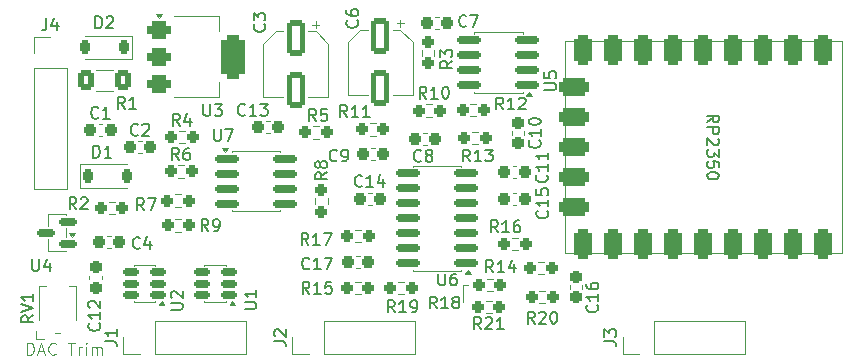
<source format=gto>
%TF.GenerationSoftware,KiCad,Pcbnew,9.0.6*%
%TF.CreationDate,2025-12-01T20:52:41-05:00*%
%TF.ProjectId,Pico 2HP,5069636f-2032-4485-902e-6b696361645f,rev?*%
%TF.SameCoordinates,Original*%
%TF.FileFunction,Legend,Top*%
%TF.FilePolarity,Positive*%
%FSLAX46Y46*%
G04 Gerber Fmt 4.6, Leading zero omitted, Abs format (unit mm)*
G04 Created by KiCad (PCBNEW 9.0.6) date 2025-12-01 20:52:41*
%MOMM*%
%LPD*%
G01*
G04 APERTURE LIST*
G04 Aperture macros list*
%AMRoundRect*
0 Rectangle with rounded corners*
0 $1 Rounding radius*
0 $2 $3 $4 $5 $6 $7 $8 $9 X,Y pos of 4 corners*
0 Add a 4 corners polygon primitive as box body*
4,1,4,$2,$3,$4,$5,$6,$7,$8,$9,$2,$3,0*
0 Add four circle primitives for the rounded corners*
1,1,$1+$1,$2,$3*
1,1,$1+$1,$4,$5*
1,1,$1+$1,$6,$7*
1,1,$1+$1,$8,$9*
0 Add four rect primitives between the rounded corners*
20,1,$1+$1,$2,$3,$4,$5,0*
20,1,$1+$1,$4,$5,$6,$7,0*
20,1,$1+$1,$6,$7,$8,$9,0*
20,1,$1+$1,$8,$9,$2,$3,0*%
G04 Aperture macros list end*
%ADD10C,0.100000*%
%ADD11C,0.150000*%
%ADD12C,0.120000*%
%ADD13RoundRect,0.150000X-0.825000X-0.150000X0.825000X-0.150000X0.825000X0.150000X-0.825000X0.150000X0*%
%ADD14RoundRect,0.237500X-0.250000X-0.237500X0.250000X-0.237500X0.250000X0.237500X-0.250000X0.237500X0*%
%ADD15R,1.700000X1.700000*%
%ADD16C,1.700000*%
%ADD17RoundRect,0.250000X-0.550000X1.250000X-0.550000X-1.250000X0.550000X-1.250000X0.550000X1.250000X0*%
%ADD18RoundRect,0.150000X0.825000X0.150000X-0.825000X0.150000X-0.825000X-0.150000X0.825000X-0.150000X0*%
%ADD19RoundRect,0.237500X0.250000X0.237500X-0.250000X0.237500X-0.250000X-0.237500X0.250000X-0.237500X0*%
%ADD20RoundRect,0.237500X-0.300000X-0.237500X0.300000X-0.237500X0.300000X0.237500X-0.300000X0.237500X0*%
%ADD21RoundRect,0.237500X0.237500X-0.300000X0.237500X0.300000X-0.237500X0.300000X-0.237500X-0.300000X0*%
%ADD22RoundRect,0.237500X0.300000X0.237500X-0.300000X0.237500X-0.300000X-0.237500X0.300000X-0.237500X0*%
%ADD23RoundRect,0.250000X-0.400000X-0.625000X0.400000X-0.625000X0.400000X0.625000X-0.400000X0.625000X0*%
%ADD24R,1.200000X1.200000*%
%ADD25R,1.600000X1.500000*%
%ADD26RoundRect,0.150000X0.587500X0.150000X-0.587500X0.150000X-0.587500X-0.150000X0.587500X-0.150000X0*%
%ADD27RoundRect,0.150000X0.512500X0.150000X-0.512500X0.150000X-0.512500X-0.150000X0.512500X-0.150000X0*%
%ADD28RoundRect,0.237500X-0.237500X0.300000X-0.237500X-0.300000X0.237500X-0.300000X0.237500X0.300000X0*%
%ADD29RoundRect,0.225000X0.225000X0.375000X-0.225000X0.375000X-0.225000X-0.375000X0.225000X-0.375000X0*%
%ADD30RoundRect,0.237500X-0.237500X0.250000X-0.237500X-0.250000X0.237500X-0.250000X0.237500X0.250000X0*%
%ADD31RoundRect,0.237500X0.237500X-0.250000X0.237500X0.250000X-0.237500X0.250000X-0.237500X-0.250000X0*%
%ADD32RoundRect,0.400000X-0.400000X0.900000X-0.400000X-0.900000X0.400000X-0.900000X0.400000X0.900000X0*%
%ADD33RoundRect,0.400050X-0.400050X0.899950X-0.400050X-0.899950X0.400050X-0.899950X0.400050X0.899950X0*%
%ADD34RoundRect,0.400000X-0.900000X0.400000X-0.900000X-0.400000X0.900000X-0.400000X0.900000X0.400000X0*%
%ADD35RoundRect,0.393700X-0.906300X0.393700X-0.906300X-0.393700X0.906300X-0.393700X0.906300X0.393700X0*%
%ADD36RoundRect,0.375000X-0.625000X-0.375000X0.625000X-0.375000X0.625000X0.375000X-0.625000X0.375000X0*%
%ADD37RoundRect,0.500000X-0.500000X-1.400000X0.500000X-1.400000X0.500000X1.400000X-0.500000X1.400000X0*%
%ADD38RoundRect,0.225000X-0.225000X-0.375000X0.225000X-0.375000X0.225000X0.375000X-0.225000X0.375000X0*%
G04 APERTURE END LIST*
D10*
X113225000Y-74050000D02*
X112800000Y-74075000D01*
X112800000Y-74075000D02*
X112800000Y-75450000D01*
X75903884Y-79947419D02*
X75903884Y-78947419D01*
X75903884Y-78947419D02*
X76141979Y-78947419D01*
X76141979Y-78947419D02*
X76284836Y-78995038D01*
X76284836Y-78995038D02*
X76380074Y-79090276D01*
X76380074Y-79090276D02*
X76427693Y-79185514D01*
X76427693Y-79185514D02*
X76475312Y-79375990D01*
X76475312Y-79375990D02*
X76475312Y-79518847D01*
X76475312Y-79518847D02*
X76427693Y-79709323D01*
X76427693Y-79709323D02*
X76380074Y-79804561D01*
X76380074Y-79804561D02*
X76284836Y-79899800D01*
X76284836Y-79899800D02*
X76141979Y-79947419D01*
X76141979Y-79947419D02*
X75903884Y-79947419D01*
X76856265Y-79661704D02*
X77332455Y-79661704D01*
X76761027Y-79947419D02*
X77094360Y-78947419D01*
X77094360Y-78947419D02*
X77427693Y-79947419D01*
X78332455Y-79852180D02*
X78284836Y-79899800D01*
X78284836Y-79899800D02*
X78141979Y-79947419D01*
X78141979Y-79947419D02*
X78046741Y-79947419D01*
X78046741Y-79947419D02*
X77903884Y-79899800D01*
X77903884Y-79899800D02*
X77808646Y-79804561D01*
X77808646Y-79804561D02*
X77761027Y-79709323D01*
X77761027Y-79709323D02*
X77713408Y-79518847D01*
X77713408Y-79518847D02*
X77713408Y-79375990D01*
X77713408Y-79375990D02*
X77761027Y-79185514D01*
X77761027Y-79185514D02*
X77808646Y-79090276D01*
X77808646Y-79090276D02*
X77903884Y-78995038D01*
X77903884Y-78995038D02*
X78046741Y-78947419D01*
X78046741Y-78947419D02*
X78141979Y-78947419D01*
X78141979Y-78947419D02*
X78284836Y-78995038D01*
X78284836Y-78995038D02*
X78332455Y-79042657D01*
X79380075Y-78947419D02*
X79951503Y-78947419D01*
X79665789Y-79947419D02*
X79665789Y-78947419D01*
X80284837Y-79947419D02*
X80284837Y-79280752D01*
X80284837Y-79471228D02*
X80332456Y-79375990D01*
X80332456Y-79375990D02*
X80380075Y-79328371D01*
X80380075Y-79328371D02*
X80475313Y-79280752D01*
X80475313Y-79280752D02*
X80570551Y-79280752D01*
X80903885Y-79947419D02*
X80903885Y-79280752D01*
X80903885Y-78947419D02*
X80856266Y-78995038D01*
X80856266Y-78995038D02*
X80903885Y-79042657D01*
X80903885Y-79042657D02*
X80951504Y-78995038D01*
X80951504Y-78995038D02*
X80903885Y-78947419D01*
X80903885Y-78947419D02*
X80903885Y-79042657D01*
X81380075Y-79947419D02*
X81380075Y-79280752D01*
X81380075Y-79375990D02*
X81427694Y-79328371D01*
X81427694Y-79328371D02*
X81522932Y-79280752D01*
X81522932Y-79280752D02*
X81665789Y-79280752D01*
X81665789Y-79280752D02*
X81761027Y-79328371D01*
X81761027Y-79328371D02*
X81808646Y-79423609D01*
X81808646Y-79423609D02*
X81808646Y-79947419D01*
X81808646Y-79423609D02*
X81856265Y-79328371D01*
X81856265Y-79328371D02*
X81951503Y-79280752D01*
X81951503Y-79280752D02*
X82094360Y-79280752D01*
X82094360Y-79280752D02*
X82189599Y-79328371D01*
X82189599Y-79328371D02*
X82237218Y-79423609D01*
X82237218Y-79423609D02*
X82237218Y-79947419D01*
D11*
X91738095Y-60854819D02*
X91738095Y-61664342D01*
X91738095Y-61664342D02*
X91785714Y-61759580D01*
X91785714Y-61759580D02*
X91833333Y-61807200D01*
X91833333Y-61807200D02*
X91928571Y-61854819D01*
X91928571Y-61854819D02*
X92119047Y-61854819D01*
X92119047Y-61854819D02*
X92214285Y-61807200D01*
X92214285Y-61807200D02*
X92261904Y-61759580D01*
X92261904Y-61759580D02*
X92309523Y-61664342D01*
X92309523Y-61664342D02*
X92309523Y-60854819D01*
X92690476Y-60854819D02*
X93357142Y-60854819D01*
X93357142Y-60854819D02*
X92928571Y-61854819D01*
X80083333Y-67629819D02*
X79750000Y-67153628D01*
X79511905Y-67629819D02*
X79511905Y-66629819D01*
X79511905Y-66629819D02*
X79892857Y-66629819D01*
X79892857Y-66629819D02*
X79988095Y-66677438D01*
X79988095Y-66677438D02*
X80035714Y-66725057D01*
X80035714Y-66725057D02*
X80083333Y-66820295D01*
X80083333Y-66820295D02*
X80083333Y-66963152D01*
X80083333Y-66963152D02*
X80035714Y-67058390D01*
X80035714Y-67058390D02*
X79988095Y-67106009D01*
X79988095Y-67106009D02*
X79892857Y-67153628D01*
X79892857Y-67153628D02*
X79511905Y-67153628D01*
X80464286Y-66725057D02*
X80511905Y-66677438D01*
X80511905Y-66677438D02*
X80607143Y-66629819D01*
X80607143Y-66629819D02*
X80845238Y-66629819D01*
X80845238Y-66629819D02*
X80940476Y-66677438D01*
X80940476Y-66677438D02*
X80988095Y-66725057D01*
X80988095Y-66725057D02*
X81035714Y-66820295D01*
X81035714Y-66820295D02*
X81035714Y-66915533D01*
X81035714Y-66915533D02*
X80988095Y-67058390D01*
X80988095Y-67058390D02*
X80416667Y-67629819D01*
X80416667Y-67629819D02*
X81035714Y-67629819D01*
X115357142Y-72954819D02*
X115023809Y-72478628D01*
X114785714Y-72954819D02*
X114785714Y-71954819D01*
X114785714Y-71954819D02*
X115166666Y-71954819D01*
X115166666Y-71954819D02*
X115261904Y-72002438D01*
X115261904Y-72002438D02*
X115309523Y-72050057D01*
X115309523Y-72050057D02*
X115357142Y-72145295D01*
X115357142Y-72145295D02*
X115357142Y-72288152D01*
X115357142Y-72288152D02*
X115309523Y-72383390D01*
X115309523Y-72383390D02*
X115261904Y-72431009D01*
X115261904Y-72431009D02*
X115166666Y-72478628D01*
X115166666Y-72478628D02*
X114785714Y-72478628D01*
X116309523Y-72954819D02*
X115738095Y-72954819D01*
X116023809Y-72954819D02*
X116023809Y-71954819D01*
X116023809Y-71954819D02*
X115928571Y-72097676D01*
X115928571Y-72097676D02*
X115833333Y-72192914D01*
X115833333Y-72192914D02*
X115738095Y-72240533D01*
X117166666Y-72288152D02*
X117166666Y-72954819D01*
X116928571Y-71907200D02*
X116690476Y-72621485D01*
X116690476Y-72621485D02*
X117309523Y-72621485D01*
X96824819Y-78808333D02*
X97539104Y-78808333D01*
X97539104Y-78808333D02*
X97681961Y-78855952D01*
X97681961Y-78855952D02*
X97777200Y-78951190D01*
X97777200Y-78951190D02*
X97824819Y-79094047D01*
X97824819Y-79094047D02*
X97824819Y-79189285D01*
X96920057Y-78379761D02*
X96872438Y-78332142D01*
X96872438Y-78332142D02*
X96824819Y-78236904D01*
X96824819Y-78236904D02*
X96824819Y-77998809D01*
X96824819Y-77998809D02*
X96872438Y-77903571D01*
X96872438Y-77903571D02*
X96920057Y-77855952D01*
X96920057Y-77855952D02*
X97015295Y-77808333D01*
X97015295Y-77808333D02*
X97110533Y-77808333D01*
X97110533Y-77808333D02*
X97253390Y-77855952D01*
X97253390Y-77855952D02*
X97824819Y-78427380D01*
X97824819Y-78427380D02*
X97824819Y-77808333D01*
X103834580Y-51641666D02*
X103882200Y-51689285D01*
X103882200Y-51689285D02*
X103929819Y-51832142D01*
X103929819Y-51832142D02*
X103929819Y-51927380D01*
X103929819Y-51927380D02*
X103882200Y-52070237D01*
X103882200Y-52070237D02*
X103786961Y-52165475D01*
X103786961Y-52165475D02*
X103691723Y-52213094D01*
X103691723Y-52213094D02*
X103501247Y-52260713D01*
X103501247Y-52260713D02*
X103358390Y-52260713D01*
X103358390Y-52260713D02*
X103167914Y-52213094D01*
X103167914Y-52213094D02*
X103072676Y-52165475D01*
X103072676Y-52165475D02*
X102977438Y-52070237D01*
X102977438Y-52070237D02*
X102929819Y-51927380D01*
X102929819Y-51927380D02*
X102929819Y-51832142D01*
X102929819Y-51832142D02*
X102977438Y-51689285D01*
X102977438Y-51689285D02*
X103025057Y-51641666D01*
X102929819Y-50784523D02*
X102929819Y-50974999D01*
X102929819Y-50974999D02*
X102977438Y-51070237D01*
X102977438Y-51070237D02*
X103025057Y-51117856D01*
X103025057Y-51117856D02*
X103167914Y-51213094D01*
X103167914Y-51213094D02*
X103358390Y-51260713D01*
X103358390Y-51260713D02*
X103739342Y-51260713D01*
X103739342Y-51260713D02*
X103834580Y-51213094D01*
X103834580Y-51213094D02*
X103882200Y-51165475D01*
X103882200Y-51165475D02*
X103929819Y-51070237D01*
X103929819Y-51070237D02*
X103929819Y-50879761D01*
X103929819Y-50879761D02*
X103882200Y-50784523D01*
X103882200Y-50784523D02*
X103834580Y-50736904D01*
X103834580Y-50736904D02*
X103739342Y-50689285D01*
X103739342Y-50689285D02*
X103501247Y-50689285D01*
X103501247Y-50689285D02*
X103406009Y-50736904D01*
X103406009Y-50736904D02*
X103358390Y-50784523D01*
X103358390Y-50784523D02*
X103310771Y-50879761D01*
X103310771Y-50879761D02*
X103310771Y-51070237D01*
X103310771Y-51070237D02*
X103358390Y-51165475D01*
X103358390Y-51165475D02*
X103406009Y-51213094D01*
X103406009Y-51213094D02*
X103501247Y-51260713D01*
X110738095Y-73079819D02*
X110738095Y-73889342D01*
X110738095Y-73889342D02*
X110785714Y-73984580D01*
X110785714Y-73984580D02*
X110833333Y-74032200D01*
X110833333Y-74032200D02*
X110928571Y-74079819D01*
X110928571Y-74079819D02*
X111119047Y-74079819D01*
X111119047Y-74079819D02*
X111214285Y-74032200D01*
X111214285Y-74032200D02*
X111261904Y-73984580D01*
X111261904Y-73984580D02*
X111309523Y-73889342D01*
X111309523Y-73889342D02*
X111309523Y-73079819D01*
X112214285Y-73079819D02*
X112023809Y-73079819D01*
X112023809Y-73079819D02*
X111928571Y-73127438D01*
X111928571Y-73127438D02*
X111880952Y-73175057D01*
X111880952Y-73175057D02*
X111785714Y-73317914D01*
X111785714Y-73317914D02*
X111738095Y-73508390D01*
X111738095Y-73508390D02*
X111738095Y-73889342D01*
X111738095Y-73889342D02*
X111785714Y-73984580D01*
X111785714Y-73984580D02*
X111833333Y-74032200D01*
X111833333Y-74032200D02*
X111928571Y-74079819D01*
X111928571Y-74079819D02*
X112119047Y-74079819D01*
X112119047Y-74079819D02*
X112214285Y-74032200D01*
X112214285Y-74032200D02*
X112261904Y-73984580D01*
X112261904Y-73984580D02*
X112309523Y-73889342D01*
X112309523Y-73889342D02*
X112309523Y-73651247D01*
X112309523Y-73651247D02*
X112261904Y-73556009D01*
X112261904Y-73556009D02*
X112214285Y-73508390D01*
X112214285Y-73508390D02*
X112119047Y-73460771D01*
X112119047Y-73460771D02*
X111928571Y-73460771D01*
X111928571Y-73460771D02*
X111833333Y-73508390D01*
X111833333Y-73508390D02*
X111785714Y-73556009D01*
X111785714Y-73556009D02*
X111738095Y-73651247D01*
X107032142Y-76354819D02*
X106698809Y-75878628D01*
X106460714Y-76354819D02*
X106460714Y-75354819D01*
X106460714Y-75354819D02*
X106841666Y-75354819D01*
X106841666Y-75354819D02*
X106936904Y-75402438D01*
X106936904Y-75402438D02*
X106984523Y-75450057D01*
X106984523Y-75450057D02*
X107032142Y-75545295D01*
X107032142Y-75545295D02*
X107032142Y-75688152D01*
X107032142Y-75688152D02*
X106984523Y-75783390D01*
X106984523Y-75783390D02*
X106936904Y-75831009D01*
X106936904Y-75831009D02*
X106841666Y-75878628D01*
X106841666Y-75878628D02*
X106460714Y-75878628D01*
X107984523Y-76354819D02*
X107413095Y-76354819D01*
X107698809Y-76354819D02*
X107698809Y-75354819D01*
X107698809Y-75354819D02*
X107603571Y-75497676D01*
X107603571Y-75497676D02*
X107508333Y-75592914D01*
X107508333Y-75592914D02*
X107413095Y-75640533D01*
X108460714Y-76354819D02*
X108651190Y-76354819D01*
X108651190Y-76354819D02*
X108746428Y-76307200D01*
X108746428Y-76307200D02*
X108794047Y-76259580D01*
X108794047Y-76259580D02*
X108889285Y-76116723D01*
X108889285Y-76116723D02*
X108936904Y-75926247D01*
X108936904Y-75926247D02*
X108936904Y-75545295D01*
X108936904Y-75545295D02*
X108889285Y-75450057D01*
X108889285Y-75450057D02*
X108841666Y-75402438D01*
X108841666Y-75402438D02*
X108746428Y-75354819D01*
X108746428Y-75354819D02*
X108555952Y-75354819D01*
X108555952Y-75354819D02*
X108460714Y-75402438D01*
X108460714Y-75402438D02*
X108413095Y-75450057D01*
X108413095Y-75450057D02*
X108365476Y-75545295D01*
X108365476Y-75545295D02*
X108365476Y-75783390D01*
X108365476Y-75783390D02*
X108413095Y-75878628D01*
X108413095Y-75878628D02*
X108460714Y-75926247D01*
X108460714Y-75926247D02*
X108555952Y-75973866D01*
X108555952Y-75973866D02*
X108746428Y-75973866D01*
X108746428Y-75973866D02*
X108841666Y-75926247D01*
X108841666Y-75926247D02*
X108889285Y-75878628D01*
X108889285Y-75878628D02*
X108936904Y-75783390D01*
X119934580Y-67767857D02*
X119982200Y-67815476D01*
X119982200Y-67815476D02*
X120029819Y-67958333D01*
X120029819Y-67958333D02*
X120029819Y-68053571D01*
X120029819Y-68053571D02*
X119982200Y-68196428D01*
X119982200Y-68196428D02*
X119886961Y-68291666D01*
X119886961Y-68291666D02*
X119791723Y-68339285D01*
X119791723Y-68339285D02*
X119601247Y-68386904D01*
X119601247Y-68386904D02*
X119458390Y-68386904D01*
X119458390Y-68386904D02*
X119267914Y-68339285D01*
X119267914Y-68339285D02*
X119172676Y-68291666D01*
X119172676Y-68291666D02*
X119077438Y-68196428D01*
X119077438Y-68196428D02*
X119029819Y-68053571D01*
X119029819Y-68053571D02*
X119029819Y-67958333D01*
X119029819Y-67958333D02*
X119077438Y-67815476D01*
X119077438Y-67815476D02*
X119125057Y-67767857D01*
X120029819Y-66815476D02*
X120029819Y-67386904D01*
X120029819Y-67101190D02*
X119029819Y-67101190D01*
X119029819Y-67101190D02*
X119172676Y-67196428D01*
X119172676Y-67196428D02*
X119267914Y-67291666D01*
X119267914Y-67291666D02*
X119315533Y-67386904D01*
X119029819Y-65910714D02*
X119029819Y-66386904D01*
X119029819Y-66386904D02*
X119506009Y-66434523D01*
X119506009Y-66434523D02*
X119458390Y-66386904D01*
X119458390Y-66386904D02*
X119410771Y-66291666D01*
X119410771Y-66291666D02*
X119410771Y-66053571D01*
X119410771Y-66053571D02*
X119458390Y-65958333D01*
X119458390Y-65958333D02*
X119506009Y-65910714D01*
X119506009Y-65910714D02*
X119601247Y-65863095D01*
X119601247Y-65863095D02*
X119839342Y-65863095D01*
X119839342Y-65863095D02*
X119934580Y-65910714D01*
X119934580Y-65910714D02*
X119982200Y-65958333D01*
X119982200Y-65958333D02*
X120029819Y-66053571D01*
X120029819Y-66053571D02*
X120029819Y-66291666D01*
X120029819Y-66291666D02*
X119982200Y-66386904D01*
X119982200Y-66386904D02*
X119934580Y-66434523D01*
X115757142Y-69579819D02*
X115423809Y-69103628D01*
X115185714Y-69579819D02*
X115185714Y-68579819D01*
X115185714Y-68579819D02*
X115566666Y-68579819D01*
X115566666Y-68579819D02*
X115661904Y-68627438D01*
X115661904Y-68627438D02*
X115709523Y-68675057D01*
X115709523Y-68675057D02*
X115757142Y-68770295D01*
X115757142Y-68770295D02*
X115757142Y-68913152D01*
X115757142Y-68913152D02*
X115709523Y-69008390D01*
X115709523Y-69008390D02*
X115661904Y-69056009D01*
X115661904Y-69056009D02*
X115566666Y-69103628D01*
X115566666Y-69103628D02*
X115185714Y-69103628D01*
X116709523Y-69579819D02*
X116138095Y-69579819D01*
X116423809Y-69579819D02*
X116423809Y-68579819D01*
X116423809Y-68579819D02*
X116328571Y-68722676D01*
X116328571Y-68722676D02*
X116233333Y-68817914D01*
X116233333Y-68817914D02*
X116138095Y-68865533D01*
X117566666Y-68579819D02*
X117376190Y-68579819D01*
X117376190Y-68579819D02*
X117280952Y-68627438D01*
X117280952Y-68627438D02*
X117233333Y-68675057D01*
X117233333Y-68675057D02*
X117138095Y-68817914D01*
X117138095Y-68817914D02*
X117090476Y-69008390D01*
X117090476Y-69008390D02*
X117090476Y-69389342D01*
X117090476Y-69389342D02*
X117138095Y-69484580D01*
X117138095Y-69484580D02*
X117185714Y-69532200D01*
X117185714Y-69532200D02*
X117280952Y-69579819D01*
X117280952Y-69579819D02*
X117471428Y-69579819D01*
X117471428Y-69579819D02*
X117566666Y-69532200D01*
X117566666Y-69532200D02*
X117614285Y-69484580D01*
X117614285Y-69484580D02*
X117661904Y-69389342D01*
X117661904Y-69389342D02*
X117661904Y-69151247D01*
X117661904Y-69151247D02*
X117614285Y-69056009D01*
X117614285Y-69056009D02*
X117566666Y-69008390D01*
X117566666Y-69008390D02*
X117471428Y-68960771D01*
X117471428Y-68960771D02*
X117280952Y-68960771D01*
X117280952Y-68960771D02*
X117185714Y-69008390D01*
X117185714Y-69008390D02*
X117138095Y-69056009D01*
X117138095Y-69056009D02*
X117090476Y-69151247D01*
X114344642Y-77784819D02*
X114011309Y-77308628D01*
X113773214Y-77784819D02*
X113773214Y-76784819D01*
X113773214Y-76784819D02*
X114154166Y-76784819D01*
X114154166Y-76784819D02*
X114249404Y-76832438D01*
X114249404Y-76832438D02*
X114297023Y-76880057D01*
X114297023Y-76880057D02*
X114344642Y-76975295D01*
X114344642Y-76975295D02*
X114344642Y-77118152D01*
X114344642Y-77118152D02*
X114297023Y-77213390D01*
X114297023Y-77213390D02*
X114249404Y-77261009D01*
X114249404Y-77261009D02*
X114154166Y-77308628D01*
X114154166Y-77308628D02*
X113773214Y-77308628D01*
X114725595Y-76880057D02*
X114773214Y-76832438D01*
X114773214Y-76832438D02*
X114868452Y-76784819D01*
X114868452Y-76784819D02*
X115106547Y-76784819D01*
X115106547Y-76784819D02*
X115201785Y-76832438D01*
X115201785Y-76832438D02*
X115249404Y-76880057D01*
X115249404Y-76880057D02*
X115297023Y-76975295D01*
X115297023Y-76975295D02*
X115297023Y-77070533D01*
X115297023Y-77070533D02*
X115249404Y-77213390D01*
X115249404Y-77213390D02*
X114677976Y-77784819D01*
X114677976Y-77784819D02*
X115297023Y-77784819D01*
X116249404Y-77784819D02*
X115677976Y-77784819D01*
X115963690Y-77784819D02*
X115963690Y-76784819D01*
X115963690Y-76784819D02*
X115868452Y-76927676D01*
X115868452Y-76927676D02*
X115773214Y-77022914D01*
X115773214Y-77022914D02*
X115677976Y-77070533D01*
X113407142Y-63579819D02*
X113073809Y-63103628D01*
X112835714Y-63579819D02*
X112835714Y-62579819D01*
X112835714Y-62579819D02*
X113216666Y-62579819D01*
X113216666Y-62579819D02*
X113311904Y-62627438D01*
X113311904Y-62627438D02*
X113359523Y-62675057D01*
X113359523Y-62675057D02*
X113407142Y-62770295D01*
X113407142Y-62770295D02*
X113407142Y-62913152D01*
X113407142Y-62913152D02*
X113359523Y-63008390D01*
X113359523Y-63008390D02*
X113311904Y-63056009D01*
X113311904Y-63056009D02*
X113216666Y-63103628D01*
X113216666Y-63103628D02*
X112835714Y-63103628D01*
X114359523Y-63579819D02*
X113788095Y-63579819D01*
X114073809Y-63579819D02*
X114073809Y-62579819D01*
X114073809Y-62579819D02*
X113978571Y-62722676D01*
X113978571Y-62722676D02*
X113883333Y-62817914D01*
X113883333Y-62817914D02*
X113788095Y-62865533D01*
X114692857Y-62579819D02*
X115311904Y-62579819D01*
X115311904Y-62579819D02*
X114978571Y-62960771D01*
X114978571Y-62960771D02*
X115121428Y-62960771D01*
X115121428Y-62960771D02*
X115216666Y-63008390D01*
X115216666Y-63008390D02*
X115264285Y-63056009D01*
X115264285Y-63056009D02*
X115311904Y-63151247D01*
X115311904Y-63151247D02*
X115311904Y-63389342D01*
X115311904Y-63389342D02*
X115264285Y-63484580D01*
X115264285Y-63484580D02*
X115216666Y-63532200D01*
X115216666Y-63532200D02*
X115121428Y-63579819D01*
X115121428Y-63579819D02*
X114835714Y-63579819D01*
X114835714Y-63579819D02*
X114740476Y-63532200D01*
X114740476Y-63532200D02*
X114692857Y-63484580D01*
X124159580Y-75742857D02*
X124207200Y-75790476D01*
X124207200Y-75790476D02*
X124254819Y-75933333D01*
X124254819Y-75933333D02*
X124254819Y-76028571D01*
X124254819Y-76028571D02*
X124207200Y-76171428D01*
X124207200Y-76171428D02*
X124111961Y-76266666D01*
X124111961Y-76266666D02*
X124016723Y-76314285D01*
X124016723Y-76314285D02*
X123826247Y-76361904D01*
X123826247Y-76361904D02*
X123683390Y-76361904D01*
X123683390Y-76361904D02*
X123492914Y-76314285D01*
X123492914Y-76314285D02*
X123397676Y-76266666D01*
X123397676Y-76266666D02*
X123302438Y-76171428D01*
X123302438Y-76171428D02*
X123254819Y-76028571D01*
X123254819Y-76028571D02*
X123254819Y-75933333D01*
X123254819Y-75933333D02*
X123302438Y-75790476D01*
X123302438Y-75790476D02*
X123350057Y-75742857D01*
X124254819Y-74790476D02*
X124254819Y-75361904D01*
X124254819Y-75076190D02*
X123254819Y-75076190D01*
X123254819Y-75076190D02*
X123397676Y-75171428D01*
X123397676Y-75171428D02*
X123492914Y-75266666D01*
X123492914Y-75266666D02*
X123540533Y-75361904D01*
X123254819Y-73933333D02*
X123254819Y-74123809D01*
X123254819Y-74123809D02*
X123302438Y-74219047D01*
X123302438Y-74219047D02*
X123350057Y-74266666D01*
X123350057Y-74266666D02*
X123492914Y-74361904D01*
X123492914Y-74361904D02*
X123683390Y-74409523D01*
X123683390Y-74409523D02*
X124064342Y-74409523D01*
X124064342Y-74409523D02*
X124159580Y-74361904D01*
X124159580Y-74361904D02*
X124207200Y-74314285D01*
X124207200Y-74314285D02*
X124254819Y-74219047D01*
X124254819Y-74219047D02*
X124254819Y-74028571D01*
X124254819Y-74028571D02*
X124207200Y-73933333D01*
X124207200Y-73933333D02*
X124159580Y-73885714D01*
X124159580Y-73885714D02*
X124064342Y-73838095D01*
X124064342Y-73838095D02*
X123826247Y-73838095D01*
X123826247Y-73838095D02*
X123731009Y-73885714D01*
X123731009Y-73885714D02*
X123683390Y-73933333D01*
X123683390Y-73933333D02*
X123635771Y-74028571D01*
X123635771Y-74028571D02*
X123635771Y-74219047D01*
X123635771Y-74219047D02*
X123683390Y-74314285D01*
X123683390Y-74314285D02*
X123731009Y-74361904D01*
X123731009Y-74361904D02*
X123826247Y-74409523D01*
X119884580Y-64742857D02*
X119932200Y-64790476D01*
X119932200Y-64790476D02*
X119979819Y-64933333D01*
X119979819Y-64933333D02*
X119979819Y-65028571D01*
X119979819Y-65028571D02*
X119932200Y-65171428D01*
X119932200Y-65171428D02*
X119836961Y-65266666D01*
X119836961Y-65266666D02*
X119741723Y-65314285D01*
X119741723Y-65314285D02*
X119551247Y-65361904D01*
X119551247Y-65361904D02*
X119408390Y-65361904D01*
X119408390Y-65361904D02*
X119217914Y-65314285D01*
X119217914Y-65314285D02*
X119122676Y-65266666D01*
X119122676Y-65266666D02*
X119027438Y-65171428D01*
X119027438Y-65171428D02*
X118979819Y-65028571D01*
X118979819Y-65028571D02*
X118979819Y-64933333D01*
X118979819Y-64933333D02*
X119027438Y-64790476D01*
X119027438Y-64790476D02*
X119075057Y-64742857D01*
X119979819Y-63790476D02*
X119979819Y-64361904D01*
X119979819Y-64076190D02*
X118979819Y-64076190D01*
X118979819Y-64076190D02*
X119122676Y-64171428D01*
X119122676Y-64171428D02*
X119217914Y-64266666D01*
X119217914Y-64266666D02*
X119265533Y-64361904D01*
X119979819Y-62838095D02*
X119979819Y-63409523D01*
X119979819Y-63123809D02*
X118979819Y-63123809D01*
X118979819Y-63123809D02*
X119122676Y-63219047D01*
X119122676Y-63219047D02*
X119217914Y-63314285D01*
X119217914Y-63314285D02*
X119265533Y-63409523D01*
X110582142Y-76029819D02*
X110248809Y-75553628D01*
X110010714Y-76029819D02*
X110010714Y-75029819D01*
X110010714Y-75029819D02*
X110391666Y-75029819D01*
X110391666Y-75029819D02*
X110486904Y-75077438D01*
X110486904Y-75077438D02*
X110534523Y-75125057D01*
X110534523Y-75125057D02*
X110582142Y-75220295D01*
X110582142Y-75220295D02*
X110582142Y-75363152D01*
X110582142Y-75363152D02*
X110534523Y-75458390D01*
X110534523Y-75458390D02*
X110486904Y-75506009D01*
X110486904Y-75506009D02*
X110391666Y-75553628D01*
X110391666Y-75553628D02*
X110010714Y-75553628D01*
X111534523Y-76029819D02*
X110963095Y-76029819D01*
X111248809Y-76029819D02*
X111248809Y-75029819D01*
X111248809Y-75029819D02*
X111153571Y-75172676D01*
X111153571Y-75172676D02*
X111058333Y-75267914D01*
X111058333Y-75267914D02*
X110963095Y-75315533D01*
X112105952Y-75458390D02*
X112010714Y-75410771D01*
X112010714Y-75410771D02*
X111963095Y-75363152D01*
X111963095Y-75363152D02*
X111915476Y-75267914D01*
X111915476Y-75267914D02*
X111915476Y-75220295D01*
X111915476Y-75220295D02*
X111963095Y-75125057D01*
X111963095Y-75125057D02*
X112010714Y-75077438D01*
X112010714Y-75077438D02*
X112105952Y-75029819D01*
X112105952Y-75029819D02*
X112296428Y-75029819D01*
X112296428Y-75029819D02*
X112391666Y-75077438D01*
X112391666Y-75077438D02*
X112439285Y-75125057D01*
X112439285Y-75125057D02*
X112486904Y-75220295D01*
X112486904Y-75220295D02*
X112486904Y-75267914D01*
X112486904Y-75267914D02*
X112439285Y-75363152D01*
X112439285Y-75363152D02*
X112391666Y-75410771D01*
X112391666Y-75410771D02*
X112296428Y-75458390D01*
X112296428Y-75458390D02*
X112105952Y-75458390D01*
X112105952Y-75458390D02*
X112010714Y-75506009D01*
X112010714Y-75506009D02*
X111963095Y-75553628D01*
X111963095Y-75553628D02*
X111915476Y-75648866D01*
X111915476Y-75648866D02*
X111915476Y-75839342D01*
X111915476Y-75839342D02*
X111963095Y-75934580D01*
X111963095Y-75934580D02*
X112010714Y-75982200D01*
X112010714Y-75982200D02*
X112105952Y-76029819D01*
X112105952Y-76029819D02*
X112296428Y-76029819D01*
X112296428Y-76029819D02*
X112391666Y-75982200D01*
X112391666Y-75982200D02*
X112439285Y-75934580D01*
X112439285Y-75934580D02*
X112486904Y-75839342D01*
X112486904Y-75839342D02*
X112486904Y-75648866D01*
X112486904Y-75648866D02*
X112439285Y-75553628D01*
X112439285Y-75553628D02*
X112391666Y-75506009D01*
X112391666Y-75506009D02*
X112296428Y-75458390D01*
X84183333Y-59104819D02*
X83850000Y-58628628D01*
X83611905Y-59104819D02*
X83611905Y-58104819D01*
X83611905Y-58104819D02*
X83992857Y-58104819D01*
X83992857Y-58104819D02*
X84088095Y-58152438D01*
X84088095Y-58152438D02*
X84135714Y-58200057D01*
X84135714Y-58200057D02*
X84183333Y-58295295D01*
X84183333Y-58295295D02*
X84183333Y-58438152D01*
X84183333Y-58438152D02*
X84135714Y-58533390D01*
X84135714Y-58533390D02*
X84088095Y-58581009D01*
X84088095Y-58581009D02*
X83992857Y-58628628D01*
X83992857Y-58628628D02*
X83611905Y-58628628D01*
X85135714Y-59104819D02*
X84564286Y-59104819D01*
X84850000Y-59104819D02*
X84850000Y-58104819D01*
X84850000Y-58104819D02*
X84754762Y-58247676D01*
X84754762Y-58247676D02*
X84659524Y-58342914D01*
X84659524Y-58342914D02*
X84564286Y-58390533D01*
X88845833Y-60549819D02*
X88512500Y-60073628D01*
X88274405Y-60549819D02*
X88274405Y-59549819D01*
X88274405Y-59549819D02*
X88655357Y-59549819D01*
X88655357Y-59549819D02*
X88750595Y-59597438D01*
X88750595Y-59597438D02*
X88798214Y-59645057D01*
X88798214Y-59645057D02*
X88845833Y-59740295D01*
X88845833Y-59740295D02*
X88845833Y-59883152D01*
X88845833Y-59883152D02*
X88798214Y-59978390D01*
X88798214Y-59978390D02*
X88750595Y-60026009D01*
X88750595Y-60026009D02*
X88655357Y-60073628D01*
X88655357Y-60073628D02*
X88274405Y-60073628D01*
X89702976Y-59883152D02*
X89702976Y-60549819D01*
X89464881Y-59502200D02*
X89226786Y-60216485D01*
X89226786Y-60216485D02*
X89845833Y-60216485D01*
X95984580Y-51966666D02*
X96032200Y-52014285D01*
X96032200Y-52014285D02*
X96079819Y-52157142D01*
X96079819Y-52157142D02*
X96079819Y-52252380D01*
X96079819Y-52252380D02*
X96032200Y-52395237D01*
X96032200Y-52395237D02*
X95936961Y-52490475D01*
X95936961Y-52490475D02*
X95841723Y-52538094D01*
X95841723Y-52538094D02*
X95651247Y-52585713D01*
X95651247Y-52585713D02*
X95508390Y-52585713D01*
X95508390Y-52585713D02*
X95317914Y-52538094D01*
X95317914Y-52538094D02*
X95222676Y-52490475D01*
X95222676Y-52490475D02*
X95127438Y-52395237D01*
X95127438Y-52395237D02*
X95079819Y-52252380D01*
X95079819Y-52252380D02*
X95079819Y-52157142D01*
X95079819Y-52157142D02*
X95127438Y-52014285D01*
X95127438Y-52014285D02*
X95175057Y-51966666D01*
X95079819Y-51633332D02*
X95079819Y-51014285D01*
X95079819Y-51014285D02*
X95460771Y-51347618D01*
X95460771Y-51347618D02*
X95460771Y-51204761D01*
X95460771Y-51204761D02*
X95508390Y-51109523D01*
X95508390Y-51109523D02*
X95556009Y-51061904D01*
X95556009Y-51061904D02*
X95651247Y-51014285D01*
X95651247Y-51014285D02*
X95889342Y-51014285D01*
X95889342Y-51014285D02*
X95984580Y-51061904D01*
X95984580Y-51061904D02*
X96032200Y-51109523D01*
X96032200Y-51109523D02*
X96079819Y-51204761D01*
X96079819Y-51204761D02*
X96079819Y-51490475D01*
X96079819Y-51490475D02*
X96032200Y-51585713D01*
X96032200Y-51585713D02*
X95984580Y-51633332D01*
X99807142Y-74779819D02*
X99473809Y-74303628D01*
X99235714Y-74779819D02*
X99235714Y-73779819D01*
X99235714Y-73779819D02*
X99616666Y-73779819D01*
X99616666Y-73779819D02*
X99711904Y-73827438D01*
X99711904Y-73827438D02*
X99759523Y-73875057D01*
X99759523Y-73875057D02*
X99807142Y-73970295D01*
X99807142Y-73970295D02*
X99807142Y-74113152D01*
X99807142Y-74113152D02*
X99759523Y-74208390D01*
X99759523Y-74208390D02*
X99711904Y-74256009D01*
X99711904Y-74256009D02*
X99616666Y-74303628D01*
X99616666Y-74303628D02*
X99235714Y-74303628D01*
X100759523Y-74779819D02*
X100188095Y-74779819D01*
X100473809Y-74779819D02*
X100473809Y-73779819D01*
X100473809Y-73779819D02*
X100378571Y-73922676D01*
X100378571Y-73922676D02*
X100283333Y-74017914D01*
X100283333Y-74017914D02*
X100188095Y-74065533D01*
X101664285Y-73779819D02*
X101188095Y-73779819D01*
X101188095Y-73779819D02*
X101140476Y-74256009D01*
X101140476Y-74256009D02*
X101188095Y-74208390D01*
X101188095Y-74208390D02*
X101283333Y-74160771D01*
X101283333Y-74160771D02*
X101521428Y-74160771D01*
X101521428Y-74160771D02*
X101616666Y-74208390D01*
X101616666Y-74208390D02*
X101664285Y-74256009D01*
X101664285Y-74256009D02*
X101711904Y-74351247D01*
X101711904Y-74351247D02*
X101711904Y-74589342D01*
X101711904Y-74589342D02*
X101664285Y-74684580D01*
X101664285Y-74684580D02*
X101616666Y-74732200D01*
X101616666Y-74732200D02*
X101521428Y-74779819D01*
X101521428Y-74779819D02*
X101283333Y-74779819D01*
X101283333Y-74779819D02*
X101188095Y-74732200D01*
X101188095Y-74732200D02*
X101140476Y-74684580D01*
X76429819Y-76620238D02*
X75953628Y-76953571D01*
X76429819Y-77191666D02*
X75429819Y-77191666D01*
X75429819Y-77191666D02*
X75429819Y-76810714D01*
X75429819Y-76810714D02*
X75477438Y-76715476D01*
X75477438Y-76715476D02*
X75525057Y-76667857D01*
X75525057Y-76667857D02*
X75620295Y-76620238D01*
X75620295Y-76620238D02*
X75763152Y-76620238D01*
X75763152Y-76620238D02*
X75858390Y-76667857D01*
X75858390Y-76667857D02*
X75906009Y-76715476D01*
X75906009Y-76715476D02*
X75953628Y-76810714D01*
X75953628Y-76810714D02*
X75953628Y-77191666D01*
X75429819Y-76334523D02*
X76429819Y-76001190D01*
X76429819Y-76001190D02*
X75429819Y-75667857D01*
X76429819Y-74810714D02*
X76429819Y-75382142D01*
X76429819Y-75096428D02*
X75429819Y-75096428D01*
X75429819Y-75096428D02*
X75572676Y-75191666D01*
X75572676Y-75191666D02*
X75667914Y-75286904D01*
X75667914Y-75286904D02*
X75715533Y-75382142D01*
X76338095Y-71854819D02*
X76338095Y-72664342D01*
X76338095Y-72664342D02*
X76385714Y-72759580D01*
X76385714Y-72759580D02*
X76433333Y-72807200D01*
X76433333Y-72807200D02*
X76528571Y-72854819D01*
X76528571Y-72854819D02*
X76719047Y-72854819D01*
X76719047Y-72854819D02*
X76814285Y-72807200D01*
X76814285Y-72807200D02*
X76861904Y-72759580D01*
X76861904Y-72759580D02*
X76909523Y-72664342D01*
X76909523Y-72664342D02*
X76909523Y-71854819D01*
X77814285Y-72188152D02*
X77814285Y-72854819D01*
X77576190Y-71807200D02*
X77338095Y-72521485D01*
X77338095Y-72521485D02*
X77957142Y-72521485D01*
X109707142Y-58254819D02*
X109373809Y-57778628D01*
X109135714Y-58254819D02*
X109135714Y-57254819D01*
X109135714Y-57254819D02*
X109516666Y-57254819D01*
X109516666Y-57254819D02*
X109611904Y-57302438D01*
X109611904Y-57302438D02*
X109659523Y-57350057D01*
X109659523Y-57350057D02*
X109707142Y-57445295D01*
X109707142Y-57445295D02*
X109707142Y-57588152D01*
X109707142Y-57588152D02*
X109659523Y-57683390D01*
X109659523Y-57683390D02*
X109611904Y-57731009D01*
X109611904Y-57731009D02*
X109516666Y-57778628D01*
X109516666Y-57778628D02*
X109135714Y-57778628D01*
X110659523Y-58254819D02*
X110088095Y-58254819D01*
X110373809Y-58254819D02*
X110373809Y-57254819D01*
X110373809Y-57254819D02*
X110278571Y-57397676D01*
X110278571Y-57397676D02*
X110183333Y-57492914D01*
X110183333Y-57492914D02*
X110088095Y-57540533D01*
X111278571Y-57254819D02*
X111373809Y-57254819D01*
X111373809Y-57254819D02*
X111469047Y-57302438D01*
X111469047Y-57302438D02*
X111516666Y-57350057D01*
X111516666Y-57350057D02*
X111564285Y-57445295D01*
X111564285Y-57445295D02*
X111611904Y-57635771D01*
X111611904Y-57635771D02*
X111611904Y-57873866D01*
X111611904Y-57873866D02*
X111564285Y-58064342D01*
X111564285Y-58064342D02*
X111516666Y-58159580D01*
X111516666Y-58159580D02*
X111469047Y-58207200D01*
X111469047Y-58207200D02*
X111373809Y-58254819D01*
X111373809Y-58254819D02*
X111278571Y-58254819D01*
X111278571Y-58254819D02*
X111183333Y-58207200D01*
X111183333Y-58207200D02*
X111135714Y-58159580D01*
X111135714Y-58159580D02*
X111088095Y-58064342D01*
X111088095Y-58064342D02*
X111040476Y-57873866D01*
X111040476Y-57873866D02*
X111040476Y-57635771D01*
X111040476Y-57635771D02*
X111088095Y-57445295D01*
X111088095Y-57445295D02*
X111135714Y-57350057D01*
X111135714Y-57350057D02*
X111183333Y-57302438D01*
X111183333Y-57302438D02*
X111278571Y-57254819D01*
X91258333Y-69479819D02*
X90925000Y-69003628D01*
X90686905Y-69479819D02*
X90686905Y-68479819D01*
X90686905Y-68479819D02*
X91067857Y-68479819D01*
X91067857Y-68479819D02*
X91163095Y-68527438D01*
X91163095Y-68527438D02*
X91210714Y-68575057D01*
X91210714Y-68575057D02*
X91258333Y-68670295D01*
X91258333Y-68670295D02*
X91258333Y-68813152D01*
X91258333Y-68813152D02*
X91210714Y-68908390D01*
X91210714Y-68908390D02*
X91163095Y-68956009D01*
X91163095Y-68956009D02*
X91067857Y-69003628D01*
X91067857Y-69003628D02*
X90686905Y-69003628D01*
X91734524Y-69479819D02*
X91925000Y-69479819D01*
X91925000Y-69479819D02*
X92020238Y-69432200D01*
X92020238Y-69432200D02*
X92067857Y-69384580D01*
X92067857Y-69384580D02*
X92163095Y-69241723D01*
X92163095Y-69241723D02*
X92210714Y-69051247D01*
X92210714Y-69051247D02*
X92210714Y-68670295D01*
X92210714Y-68670295D02*
X92163095Y-68575057D01*
X92163095Y-68575057D02*
X92115476Y-68527438D01*
X92115476Y-68527438D02*
X92020238Y-68479819D01*
X92020238Y-68479819D02*
X91829762Y-68479819D01*
X91829762Y-68479819D02*
X91734524Y-68527438D01*
X91734524Y-68527438D02*
X91686905Y-68575057D01*
X91686905Y-68575057D02*
X91639286Y-68670295D01*
X91639286Y-68670295D02*
X91639286Y-68908390D01*
X91639286Y-68908390D02*
X91686905Y-69003628D01*
X91686905Y-69003628D02*
X91734524Y-69051247D01*
X91734524Y-69051247D02*
X91829762Y-69098866D01*
X91829762Y-69098866D02*
X92020238Y-69098866D01*
X92020238Y-69098866D02*
X92115476Y-69051247D01*
X92115476Y-69051247D02*
X92163095Y-69003628D01*
X92163095Y-69003628D02*
X92210714Y-68908390D01*
X82009580Y-77292857D02*
X82057200Y-77340476D01*
X82057200Y-77340476D02*
X82104819Y-77483333D01*
X82104819Y-77483333D02*
X82104819Y-77578571D01*
X82104819Y-77578571D02*
X82057200Y-77721428D01*
X82057200Y-77721428D02*
X81961961Y-77816666D01*
X81961961Y-77816666D02*
X81866723Y-77864285D01*
X81866723Y-77864285D02*
X81676247Y-77911904D01*
X81676247Y-77911904D02*
X81533390Y-77911904D01*
X81533390Y-77911904D02*
X81342914Y-77864285D01*
X81342914Y-77864285D02*
X81247676Y-77816666D01*
X81247676Y-77816666D02*
X81152438Y-77721428D01*
X81152438Y-77721428D02*
X81104819Y-77578571D01*
X81104819Y-77578571D02*
X81104819Y-77483333D01*
X81104819Y-77483333D02*
X81152438Y-77340476D01*
X81152438Y-77340476D02*
X81200057Y-77292857D01*
X82104819Y-76340476D02*
X82104819Y-76911904D01*
X82104819Y-76626190D02*
X81104819Y-76626190D01*
X81104819Y-76626190D02*
X81247676Y-76721428D01*
X81247676Y-76721428D02*
X81342914Y-76816666D01*
X81342914Y-76816666D02*
X81390533Y-76911904D01*
X81200057Y-75959523D02*
X81152438Y-75911904D01*
X81152438Y-75911904D02*
X81104819Y-75816666D01*
X81104819Y-75816666D02*
X81104819Y-75578571D01*
X81104819Y-75578571D02*
X81152438Y-75483333D01*
X81152438Y-75483333D02*
X81200057Y-75435714D01*
X81200057Y-75435714D02*
X81295295Y-75388095D01*
X81295295Y-75388095D02*
X81390533Y-75388095D01*
X81390533Y-75388095D02*
X81533390Y-75435714D01*
X81533390Y-75435714D02*
X82104819Y-76007142D01*
X82104819Y-76007142D02*
X82104819Y-75388095D01*
X116207142Y-59179819D02*
X115873809Y-58703628D01*
X115635714Y-59179819D02*
X115635714Y-58179819D01*
X115635714Y-58179819D02*
X116016666Y-58179819D01*
X116016666Y-58179819D02*
X116111904Y-58227438D01*
X116111904Y-58227438D02*
X116159523Y-58275057D01*
X116159523Y-58275057D02*
X116207142Y-58370295D01*
X116207142Y-58370295D02*
X116207142Y-58513152D01*
X116207142Y-58513152D02*
X116159523Y-58608390D01*
X116159523Y-58608390D02*
X116111904Y-58656009D01*
X116111904Y-58656009D02*
X116016666Y-58703628D01*
X116016666Y-58703628D02*
X115635714Y-58703628D01*
X117159523Y-59179819D02*
X116588095Y-59179819D01*
X116873809Y-59179819D02*
X116873809Y-58179819D01*
X116873809Y-58179819D02*
X116778571Y-58322676D01*
X116778571Y-58322676D02*
X116683333Y-58417914D01*
X116683333Y-58417914D02*
X116588095Y-58465533D01*
X117540476Y-58275057D02*
X117588095Y-58227438D01*
X117588095Y-58227438D02*
X117683333Y-58179819D01*
X117683333Y-58179819D02*
X117921428Y-58179819D01*
X117921428Y-58179819D02*
X118016666Y-58227438D01*
X118016666Y-58227438D02*
X118064285Y-58275057D01*
X118064285Y-58275057D02*
X118111904Y-58370295D01*
X118111904Y-58370295D02*
X118111904Y-58465533D01*
X118111904Y-58465533D02*
X118064285Y-58608390D01*
X118064285Y-58608390D02*
X117492857Y-59179819D01*
X117492857Y-59179819D02*
X118111904Y-59179819D01*
X118882142Y-77304819D02*
X118548809Y-76828628D01*
X118310714Y-77304819D02*
X118310714Y-76304819D01*
X118310714Y-76304819D02*
X118691666Y-76304819D01*
X118691666Y-76304819D02*
X118786904Y-76352438D01*
X118786904Y-76352438D02*
X118834523Y-76400057D01*
X118834523Y-76400057D02*
X118882142Y-76495295D01*
X118882142Y-76495295D02*
X118882142Y-76638152D01*
X118882142Y-76638152D02*
X118834523Y-76733390D01*
X118834523Y-76733390D02*
X118786904Y-76781009D01*
X118786904Y-76781009D02*
X118691666Y-76828628D01*
X118691666Y-76828628D02*
X118310714Y-76828628D01*
X119263095Y-76400057D02*
X119310714Y-76352438D01*
X119310714Y-76352438D02*
X119405952Y-76304819D01*
X119405952Y-76304819D02*
X119644047Y-76304819D01*
X119644047Y-76304819D02*
X119739285Y-76352438D01*
X119739285Y-76352438D02*
X119786904Y-76400057D01*
X119786904Y-76400057D02*
X119834523Y-76495295D01*
X119834523Y-76495295D02*
X119834523Y-76590533D01*
X119834523Y-76590533D02*
X119786904Y-76733390D01*
X119786904Y-76733390D02*
X119215476Y-77304819D01*
X119215476Y-77304819D02*
X119834523Y-77304819D01*
X120453571Y-76304819D02*
X120548809Y-76304819D01*
X120548809Y-76304819D02*
X120644047Y-76352438D01*
X120644047Y-76352438D02*
X120691666Y-76400057D01*
X120691666Y-76400057D02*
X120739285Y-76495295D01*
X120739285Y-76495295D02*
X120786904Y-76685771D01*
X120786904Y-76685771D02*
X120786904Y-76923866D01*
X120786904Y-76923866D02*
X120739285Y-77114342D01*
X120739285Y-77114342D02*
X120691666Y-77209580D01*
X120691666Y-77209580D02*
X120644047Y-77257200D01*
X120644047Y-77257200D02*
X120548809Y-77304819D01*
X120548809Y-77304819D02*
X120453571Y-77304819D01*
X120453571Y-77304819D02*
X120358333Y-77257200D01*
X120358333Y-77257200D02*
X120310714Y-77209580D01*
X120310714Y-77209580D02*
X120263095Y-77114342D01*
X120263095Y-77114342D02*
X120215476Y-76923866D01*
X120215476Y-76923866D02*
X120215476Y-76685771D01*
X120215476Y-76685771D02*
X120263095Y-76495295D01*
X120263095Y-76495295D02*
X120310714Y-76400057D01*
X120310714Y-76400057D02*
X120358333Y-76352438D01*
X120358333Y-76352438D02*
X120453571Y-76304819D01*
X103007142Y-59829819D02*
X102673809Y-59353628D01*
X102435714Y-59829819D02*
X102435714Y-58829819D01*
X102435714Y-58829819D02*
X102816666Y-58829819D01*
X102816666Y-58829819D02*
X102911904Y-58877438D01*
X102911904Y-58877438D02*
X102959523Y-58925057D01*
X102959523Y-58925057D02*
X103007142Y-59020295D01*
X103007142Y-59020295D02*
X103007142Y-59163152D01*
X103007142Y-59163152D02*
X102959523Y-59258390D01*
X102959523Y-59258390D02*
X102911904Y-59306009D01*
X102911904Y-59306009D02*
X102816666Y-59353628D01*
X102816666Y-59353628D02*
X102435714Y-59353628D01*
X103959523Y-59829819D02*
X103388095Y-59829819D01*
X103673809Y-59829819D02*
X103673809Y-58829819D01*
X103673809Y-58829819D02*
X103578571Y-58972676D01*
X103578571Y-58972676D02*
X103483333Y-59067914D01*
X103483333Y-59067914D02*
X103388095Y-59115533D01*
X104911904Y-59829819D02*
X104340476Y-59829819D01*
X104626190Y-59829819D02*
X104626190Y-58829819D01*
X104626190Y-58829819D02*
X104530952Y-58972676D01*
X104530952Y-58972676D02*
X104435714Y-59067914D01*
X104435714Y-59067914D02*
X104340476Y-59115533D01*
X94329819Y-76061904D02*
X95139342Y-76061904D01*
X95139342Y-76061904D02*
X95234580Y-76014285D01*
X95234580Y-76014285D02*
X95282200Y-75966666D01*
X95282200Y-75966666D02*
X95329819Y-75871428D01*
X95329819Y-75871428D02*
X95329819Y-75680952D01*
X95329819Y-75680952D02*
X95282200Y-75585714D01*
X95282200Y-75585714D02*
X95234580Y-75538095D01*
X95234580Y-75538095D02*
X95139342Y-75490476D01*
X95139342Y-75490476D02*
X94329819Y-75490476D01*
X95329819Y-74490476D02*
X95329819Y-75061904D01*
X95329819Y-74776190D02*
X94329819Y-74776190D01*
X94329819Y-74776190D02*
X94472676Y-74871428D01*
X94472676Y-74871428D02*
X94567914Y-74966666D01*
X94567914Y-74966666D02*
X94615533Y-75061904D01*
X94357142Y-59609580D02*
X94309523Y-59657200D01*
X94309523Y-59657200D02*
X94166666Y-59704819D01*
X94166666Y-59704819D02*
X94071428Y-59704819D01*
X94071428Y-59704819D02*
X93928571Y-59657200D01*
X93928571Y-59657200D02*
X93833333Y-59561961D01*
X93833333Y-59561961D02*
X93785714Y-59466723D01*
X93785714Y-59466723D02*
X93738095Y-59276247D01*
X93738095Y-59276247D02*
X93738095Y-59133390D01*
X93738095Y-59133390D02*
X93785714Y-58942914D01*
X93785714Y-58942914D02*
X93833333Y-58847676D01*
X93833333Y-58847676D02*
X93928571Y-58752438D01*
X93928571Y-58752438D02*
X94071428Y-58704819D01*
X94071428Y-58704819D02*
X94166666Y-58704819D01*
X94166666Y-58704819D02*
X94309523Y-58752438D01*
X94309523Y-58752438D02*
X94357142Y-58800057D01*
X95309523Y-59704819D02*
X94738095Y-59704819D01*
X95023809Y-59704819D02*
X95023809Y-58704819D01*
X95023809Y-58704819D02*
X94928571Y-58847676D01*
X94928571Y-58847676D02*
X94833333Y-58942914D01*
X94833333Y-58942914D02*
X94738095Y-58990533D01*
X95642857Y-58704819D02*
X96261904Y-58704819D01*
X96261904Y-58704819D02*
X95928571Y-59085771D01*
X95928571Y-59085771D02*
X96071428Y-59085771D01*
X96071428Y-59085771D02*
X96166666Y-59133390D01*
X96166666Y-59133390D02*
X96214285Y-59181009D01*
X96214285Y-59181009D02*
X96261904Y-59276247D01*
X96261904Y-59276247D02*
X96261904Y-59514342D01*
X96261904Y-59514342D02*
X96214285Y-59609580D01*
X96214285Y-59609580D02*
X96166666Y-59657200D01*
X96166666Y-59657200D02*
X96071428Y-59704819D01*
X96071428Y-59704819D02*
X95785714Y-59704819D01*
X95785714Y-59704819D02*
X95690476Y-59657200D01*
X95690476Y-59657200D02*
X95642857Y-59609580D01*
X85295833Y-61304580D02*
X85248214Y-61352200D01*
X85248214Y-61352200D02*
X85105357Y-61399819D01*
X85105357Y-61399819D02*
X85010119Y-61399819D01*
X85010119Y-61399819D02*
X84867262Y-61352200D01*
X84867262Y-61352200D02*
X84772024Y-61256961D01*
X84772024Y-61256961D02*
X84724405Y-61161723D01*
X84724405Y-61161723D02*
X84676786Y-60971247D01*
X84676786Y-60971247D02*
X84676786Y-60828390D01*
X84676786Y-60828390D02*
X84724405Y-60637914D01*
X84724405Y-60637914D02*
X84772024Y-60542676D01*
X84772024Y-60542676D02*
X84867262Y-60447438D01*
X84867262Y-60447438D02*
X85010119Y-60399819D01*
X85010119Y-60399819D02*
X85105357Y-60399819D01*
X85105357Y-60399819D02*
X85248214Y-60447438D01*
X85248214Y-60447438D02*
X85295833Y-60495057D01*
X85676786Y-60495057D02*
X85724405Y-60447438D01*
X85724405Y-60447438D02*
X85819643Y-60399819D01*
X85819643Y-60399819D02*
X86057738Y-60399819D01*
X86057738Y-60399819D02*
X86152976Y-60447438D01*
X86152976Y-60447438D02*
X86200595Y-60495057D01*
X86200595Y-60495057D02*
X86248214Y-60590295D01*
X86248214Y-60590295D02*
X86248214Y-60685533D01*
X86248214Y-60685533D02*
X86200595Y-60828390D01*
X86200595Y-60828390D02*
X85629167Y-61399819D01*
X85629167Y-61399819D02*
X86248214Y-61399819D01*
X119704819Y-57536904D02*
X120514342Y-57536904D01*
X120514342Y-57536904D02*
X120609580Y-57489285D01*
X120609580Y-57489285D02*
X120657200Y-57441666D01*
X120657200Y-57441666D02*
X120704819Y-57346428D01*
X120704819Y-57346428D02*
X120704819Y-57155952D01*
X120704819Y-57155952D02*
X120657200Y-57060714D01*
X120657200Y-57060714D02*
X120609580Y-57013095D01*
X120609580Y-57013095D02*
X120514342Y-56965476D01*
X120514342Y-56965476D02*
X119704819Y-56965476D01*
X119704819Y-56013095D02*
X119704819Y-56489285D01*
X119704819Y-56489285D02*
X120181009Y-56536904D01*
X120181009Y-56536904D02*
X120133390Y-56489285D01*
X120133390Y-56489285D02*
X120085771Y-56394047D01*
X120085771Y-56394047D02*
X120085771Y-56155952D01*
X120085771Y-56155952D02*
X120133390Y-56060714D01*
X120133390Y-56060714D02*
X120181009Y-56013095D01*
X120181009Y-56013095D02*
X120276247Y-55965476D01*
X120276247Y-55965476D02*
X120514342Y-55965476D01*
X120514342Y-55965476D02*
X120609580Y-56013095D01*
X120609580Y-56013095D02*
X120657200Y-56060714D01*
X120657200Y-56060714D02*
X120704819Y-56155952D01*
X120704819Y-56155952D02*
X120704819Y-56394047D01*
X120704819Y-56394047D02*
X120657200Y-56489285D01*
X120657200Y-56489285D02*
X120609580Y-56536904D01*
X109258333Y-63509580D02*
X109210714Y-63557200D01*
X109210714Y-63557200D02*
X109067857Y-63604819D01*
X109067857Y-63604819D02*
X108972619Y-63604819D01*
X108972619Y-63604819D02*
X108829762Y-63557200D01*
X108829762Y-63557200D02*
X108734524Y-63461961D01*
X108734524Y-63461961D02*
X108686905Y-63366723D01*
X108686905Y-63366723D02*
X108639286Y-63176247D01*
X108639286Y-63176247D02*
X108639286Y-63033390D01*
X108639286Y-63033390D02*
X108686905Y-62842914D01*
X108686905Y-62842914D02*
X108734524Y-62747676D01*
X108734524Y-62747676D02*
X108829762Y-62652438D01*
X108829762Y-62652438D02*
X108972619Y-62604819D01*
X108972619Y-62604819D02*
X109067857Y-62604819D01*
X109067857Y-62604819D02*
X109210714Y-62652438D01*
X109210714Y-62652438D02*
X109258333Y-62700057D01*
X109829762Y-63033390D02*
X109734524Y-62985771D01*
X109734524Y-62985771D02*
X109686905Y-62938152D01*
X109686905Y-62938152D02*
X109639286Y-62842914D01*
X109639286Y-62842914D02*
X109639286Y-62795295D01*
X109639286Y-62795295D02*
X109686905Y-62700057D01*
X109686905Y-62700057D02*
X109734524Y-62652438D01*
X109734524Y-62652438D02*
X109829762Y-62604819D01*
X109829762Y-62604819D02*
X110020238Y-62604819D01*
X110020238Y-62604819D02*
X110115476Y-62652438D01*
X110115476Y-62652438D02*
X110163095Y-62700057D01*
X110163095Y-62700057D02*
X110210714Y-62795295D01*
X110210714Y-62795295D02*
X110210714Y-62842914D01*
X110210714Y-62842914D02*
X110163095Y-62938152D01*
X110163095Y-62938152D02*
X110115476Y-62985771D01*
X110115476Y-62985771D02*
X110020238Y-63033390D01*
X110020238Y-63033390D02*
X109829762Y-63033390D01*
X109829762Y-63033390D02*
X109734524Y-63081009D01*
X109734524Y-63081009D02*
X109686905Y-63128628D01*
X109686905Y-63128628D02*
X109639286Y-63223866D01*
X109639286Y-63223866D02*
X109639286Y-63414342D01*
X109639286Y-63414342D02*
X109686905Y-63509580D01*
X109686905Y-63509580D02*
X109734524Y-63557200D01*
X109734524Y-63557200D02*
X109829762Y-63604819D01*
X109829762Y-63604819D02*
X110020238Y-63604819D01*
X110020238Y-63604819D02*
X110115476Y-63557200D01*
X110115476Y-63557200D02*
X110163095Y-63509580D01*
X110163095Y-63509580D02*
X110210714Y-63414342D01*
X110210714Y-63414342D02*
X110210714Y-63223866D01*
X110210714Y-63223866D02*
X110163095Y-63128628D01*
X110163095Y-63128628D02*
X110115476Y-63081009D01*
X110115476Y-63081009D02*
X110020238Y-63033390D01*
X119289580Y-61805357D02*
X119337200Y-61852976D01*
X119337200Y-61852976D02*
X119384819Y-61995833D01*
X119384819Y-61995833D02*
X119384819Y-62091071D01*
X119384819Y-62091071D02*
X119337200Y-62233928D01*
X119337200Y-62233928D02*
X119241961Y-62329166D01*
X119241961Y-62329166D02*
X119146723Y-62376785D01*
X119146723Y-62376785D02*
X118956247Y-62424404D01*
X118956247Y-62424404D02*
X118813390Y-62424404D01*
X118813390Y-62424404D02*
X118622914Y-62376785D01*
X118622914Y-62376785D02*
X118527676Y-62329166D01*
X118527676Y-62329166D02*
X118432438Y-62233928D01*
X118432438Y-62233928D02*
X118384819Y-62091071D01*
X118384819Y-62091071D02*
X118384819Y-61995833D01*
X118384819Y-61995833D02*
X118432438Y-61852976D01*
X118432438Y-61852976D02*
X118480057Y-61805357D01*
X119384819Y-60852976D02*
X119384819Y-61424404D01*
X119384819Y-61138690D02*
X118384819Y-61138690D01*
X118384819Y-61138690D02*
X118527676Y-61233928D01*
X118527676Y-61233928D02*
X118622914Y-61329166D01*
X118622914Y-61329166D02*
X118670533Y-61424404D01*
X118384819Y-60233928D02*
X118384819Y-60138690D01*
X118384819Y-60138690D02*
X118432438Y-60043452D01*
X118432438Y-60043452D02*
X118480057Y-59995833D01*
X118480057Y-59995833D02*
X118575295Y-59948214D01*
X118575295Y-59948214D02*
X118765771Y-59900595D01*
X118765771Y-59900595D02*
X119003866Y-59900595D01*
X119003866Y-59900595D02*
X119194342Y-59948214D01*
X119194342Y-59948214D02*
X119289580Y-59995833D01*
X119289580Y-59995833D02*
X119337200Y-60043452D01*
X119337200Y-60043452D02*
X119384819Y-60138690D01*
X119384819Y-60138690D02*
X119384819Y-60233928D01*
X119384819Y-60233928D02*
X119337200Y-60329166D01*
X119337200Y-60329166D02*
X119289580Y-60376785D01*
X119289580Y-60376785D02*
X119194342Y-60424404D01*
X119194342Y-60424404D02*
X119003866Y-60472023D01*
X119003866Y-60472023D02*
X118765771Y-60472023D01*
X118765771Y-60472023D02*
X118575295Y-60424404D01*
X118575295Y-60424404D02*
X118480057Y-60376785D01*
X118480057Y-60376785D02*
X118432438Y-60329166D01*
X118432438Y-60329166D02*
X118384819Y-60233928D01*
X81686905Y-52304819D02*
X81686905Y-51304819D01*
X81686905Y-51304819D02*
X81925000Y-51304819D01*
X81925000Y-51304819D02*
X82067857Y-51352438D01*
X82067857Y-51352438D02*
X82163095Y-51447676D01*
X82163095Y-51447676D02*
X82210714Y-51542914D01*
X82210714Y-51542914D02*
X82258333Y-51733390D01*
X82258333Y-51733390D02*
X82258333Y-51876247D01*
X82258333Y-51876247D02*
X82210714Y-52066723D01*
X82210714Y-52066723D02*
X82163095Y-52161961D01*
X82163095Y-52161961D02*
X82067857Y-52257200D01*
X82067857Y-52257200D02*
X81925000Y-52304819D01*
X81925000Y-52304819D02*
X81686905Y-52304819D01*
X82639286Y-51400057D02*
X82686905Y-51352438D01*
X82686905Y-51352438D02*
X82782143Y-51304819D01*
X82782143Y-51304819D02*
X83020238Y-51304819D01*
X83020238Y-51304819D02*
X83115476Y-51352438D01*
X83115476Y-51352438D02*
X83163095Y-51400057D01*
X83163095Y-51400057D02*
X83210714Y-51495295D01*
X83210714Y-51495295D02*
X83210714Y-51590533D01*
X83210714Y-51590533D02*
X83163095Y-51733390D01*
X83163095Y-51733390D02*
X82591667Y-52304819D01*
X82591667Y-52304819D02*
X83210714Y-52304819D01*
X102133333Y-63484580D02*
X102085714Y-63532200D01*
X102085714Y-63532200D02*
X101942857Y-63579819D01*
X101942857Y-63579819D02*
X101847619Y-63579819D01*
X101847619Y-63579819D02*
X101704762Y-63532200D01*
X101704762Y-63532200D02*
X101609524Y-63436961D01*
X101609524Y-63436961D02*
X101561905Y-63341723D01*
X101561905Y-63341723D02*
X101514286Y-63151247D01*
X101514286Y-63151247D02*
X101514286Y-63008390D01*
X101514286Y-63008390D02*
X101561905Y-62817914D01*
X101561905Y-62817914D02*
X101609524Y-62722676D01*
X101609524Y-62722676D02*
X101704762Y-62627438D01*
X101704762Y-62627438D02*
X101847619Y-62579819D01*
X101847619Y-62579819D02*
X101942857Y-62579819D01*
X101942857Y-62579819D02*
X102085714Y-62627438D01*
X102085714Y-62627438D02*
X102133333Y-62675057D01*
X102609524Y-63579819D02*
X102800000Y-63579819D01*
X102800000Y-63579819D02*
X102895238Y-63532200D01*
X102895238Y-63532200D02*
X102942857Y-63484580D01*
X102942857Y-63484580D02*
X103038095Y-63341723D01*
X103038095Y-63341723D02*
X103085714Y-63151247D01*
X103085714Y-63151247D02*
X103085714Y-62770295D01*
X103085714Y-62770295D02*
X103038095Y-62675057D01*
X103038095Y-62675057D02*
X102990476Y-62627438D01*
X102990476Y-62627438D02*
X102895238Y-62579819D01*
X102895238Y-62579819D02*
X102704762Y-62579819D01*
X102704762Y-62579819D02*
X102609524Y-62627438D01*
X102609524Y-62627438D02*
X102561905Y-62675057D01*
X102561905Y-62675057D02*
X102514286Y-62770295D01*
X102514286Y-62770295D02*
X102514286Y-63008390D01*
X102514286Y-63008390D02*
X102561905Y-63103628D01*
X102561905Y-63103628D02*
X102609524Y-63151247D01*
X102609524Y-63151247D02*
X102704762Y-63198866D01*
X102704762Y-63198866D02*
X102895238Y-63198866D01*
X102895238Y-63198866D02*
X102990476Y-63151247D01*
X102990476Y-63151247D02*
X103038095Y-63103628D01*
X103038095Y-63103628D02*
X103085714Y-63008390D01*
X77541666Y-51474819D02*
X77541666Y-52189104D01*
X77541666Y-52189104D02*
X77494047Y-52331961D01*
X77494047Y-52331961D02*
X77398809Y-52427200D01*
X77398809Y-52427200D02*
X77255952Y-52474819D01*
X77255952Y-52474819D02*
X77160714Y-52474819D01*
X78446428Y-51808152D02*
X78446428Y-52474819D01*
X78208333Y-51427200D02*
X77970238Y-52141485D01*
X77970238Y-52141485D02*
X78589285Y-52141485D01*
X101304819Y-64516666D02*
X100828628Y-64849999D01*
X101304819Y-65088094D02*
X100304819Y-65088094D01*
X100304819Y-65088094D02*
X100304819Y-64707142D01*
X100304819Y-64707142D02*
X100352438Y-64611904D01*
X100352438Y-64611904D02*
X100400057Y-64564285D01*
X100400057Y-64564285D02*
X100495295Y-64516666D01*
X100495295Y-64516666D02*
X100638152Y-64516666D01*
X100638152Y-64516666D02*
X100733390Y-64564285D01*
X100733390Y-64564285D02*
X100781009Y-64611904D01*
X100781009Y-64611904D02*
X100828628Y-64707142D01*
X100828628Y-64707142D02*
X100828628Y-65088094D01*
X100733390Y-63945237D02*
X100685771Y-64040475D01*
X100685771Y-64040475D02*
X100638152Y-64088094D01*
X100638152Y-64088094D02*
X100542914Y-64135713D01*
X100542914Y-64135713D02*
X100495295Y-64135713D01*
X100495295Y-64135713D02*
X100400057Y-64088094D01*
X100400057Y-64088094D02*
X100352438Y-64040475D01*
X100352438Y-64040475D02*
X100304819Y-63945237D01*
X100304819Y-63945237D02*
X100304819Y-63754761D01*
X100304819Y-63754761D02*
X100352438Y-63659523D01*
X100352438Y-63659523D02*
X100400057Y-63611904D01*
X100400057Y-63611904D02*
X100495295Y-63564285D01*
X100495295Y-63564285D02*
X100542914Y-63564285D01*
X100542914Y-63564285D02*
X100638152Y-63611904D01*
X100638152Y-63611904D02*
X100685771Y-63659523D01*
X100685771Y-63659523D02*
X100733390Y-63754761D01*
X100733390Y-63754761D02*
X100733390Y-63945237D01*
X100733390Y-63945237D02*
X100781009Y-64040475D01*
X100781009Y-64040475D02*
X100828628Y-64088094D01*
X100828628Y-64088094D02*
X100923866Y-64135713D01*
X100923866Y-64135713D02*
X101114342Y-64135713D01*
X101114342Y-64135713D02*
X101209580Y-64088094D01*
X101209580Y-64088094D02*
X101257200Y-64040475D01*
X101257200Y-64040475D02*
X101304819Y-63945237D01*
X101304819Y-63945237D02*
X101304819Y-63754761D01*
X101304819Y-63754761D02*
X101257200Y-63659523D01*
X101257200Y-63659523D02*
X101209580Y-63611904D01*
X101209580Y-63611904D02*
X101114342Y-63564285D01*
X101114342Y-63564285D02*
X100923866Y-63564285D01*
X100923866Y-63564285D02*
X100828628Y-63611904D01*
X100828628Y-63611904D02*
X100781009Y-63659523D01*
X100781009Y-63659523D02*
X100733390Y-63754761D01*
X111904819Y-55066666D02*
X111428628Y-55399999D01*
X111904819Y-55638094D02*
X110904819Y-55638094D01*
X110904819Y-55638094D02*
X110904819Y-55257142D01*
X110904819Y-55257142D02*
X110952438Y-55161904D01*
X110952438Y-55161904D02*
X111000057Y-55114285D01*
X111000057Y-55114285D02*
X111095295Y-55066666D01*
X111095295Y-55066666D02*
X111238152Y-55066666D01*
X111238152Y-55066666D02*
X111333390Y-55114285D01*
X111333390Y-55114285D02*
X111381009Y-55161904D01*
X111381009Y-55161904D02*
X111428628Y-55257142D01*
X111428628Y-55257142D02*
X111428628Y-55638094D01*
X110904819Y-54733332D02*
X110904819Y-54114285D01*
X110904819Y-54114285D02*
X111285771Y-54447618D01*
X111285771Y-54447618D02*
X111285771Y-54304761D01*
X111285771Y-54304761D02*
X111333390Y-54209523D01*
X111333390Y-54209523D02*
X111381009Y-54161904D01*
X111381009Y-54161904D02*
X111476247Y-54114285D01*
X111476247Y-54114285D02*
X111714342Y-54114285D01*
X111714342Y-54114285D02*
X111809580Y-54161904D01*
X111809580Y-54161904D02*
X111857200Y-54209523D01*
X111857200Y-54209523D02*
X111904819Y-54304761D01*
X111904819Y-54304761D02*
X111904819Y-54590475D01*
X111904819Y-54590475D02*
X111857200Y-54685713D01*
X111857200Y-54685713D02*
X111809580Y-54733332D01*
X113108333Y-52084580D02*
X113060714Y-52132200D01*
X113060714Y-52132200D02*
X112917857Y-52179819D01*
X112917857Y-52179819D02*
X112822619Y-52179819D01*
X112822619Y-52179819D02*
X112679762Y-52132200D01*
X112679762Y-52132200D02*
X112584524Y-52036961D01*
X112584524Y-52036961D02*
X112536905Y-51941723D01*
X112536905Y-51941723D02*
X112489286Y-51751247D01*
X112489286Y-51751247D02*
X112489286Y-51608390D01*
X112489286Y-51608390D02*
X112536905Y-51417914D01*
X112536905Y-51417914D02*
X112584524Y-51322676D01*
X112584524Y-51322676D02*
X112679762Y-51227438D01*
X112679762Y-51227438D02*
X112822619Y-51179819D01*
X112822619Y-51179819D02*
X112917857Y-51179819D01*
X112917857Y-51179819D02*
X113060714Y-51227438D01*
X113060714Y-51227438D02*
X113108333Y-51275057D01*
X113441667Y-51179819D02*
X114108333Y-51179819D01*
X114108333Y-51179819D02*
X113679762Y-52179819D01*
X82499819Y-78808333D02*
X83214104Y-78808333D01*
X83214104Y-78808333D02*
X83356961Y-78855952D01*
X83356961Y-78855952D02*
X83452200Y-78951190D01*
X83452200Y-78951190D02*
X83499819Y-79094047D01*
X83499819Y-79094047D02*
X83499819Y-79189285D01*
X83499819Y-77808333D02*
X83499819Y-78379761D01*
X83499819Y-78094047D02*
X82499819Y-78094047D01*
X82499819Y-78094047D02*
X82642676Y-78189285D01*
X82642676Y-78189285D02*
X82737914Y-78284523D01*
X82737914Y-78284523D02*
X82785533Y-78379761D01*
X133470180Y-60274761D02*
X133946371Y-59941428D01*
X133470180Y-59703333D02*
X134470180Y-59703333D01*
X134470180Y-59703333D02*
X134470180Y-60084285D01*
X134470180Y-60084285D02*
X134422561Y-60179523D01*
X134422561Y-60179523D02*
X134374942Y-60227142D01*
X134374942Y-60227142D02*
X134279704Y-60274761D01*
X134279704Y-60274761D02*
X134136847Y-60274761D01*
X134136847Y-60274761D02*
X134041609Y-60227142D01*
X134041609Y-60227142D02*
X133993990Y-60179523D01*
X133993990Y-60179523D02*
X133946371Y-60084285D01*
X133946371Y-60084285D02*
X133946371Y-59703333D01*
X133470180Y-60703333D02*
X134470180Y-60703333D01*
X134470180Y-60703333D02*
X134470180Y-61084285D01*
X134470180Y-61084285D02*
X134422561Y-61179523D01*
X134422561Y-61179523D02*
X134374942Y-61227142D01*
X134374942Y-61227142D02*
X134279704Y-61274761D01*
X134279704Y-61274761D02*
X134136847Y-61274761D01*
X134136847Y-61274761D02*
X134041609Y-61227142D01*
X134041609Y-61227142D02*
X133993990Y-61179523D01*
X133993990Y-61179523D02*
X133946371Y-61084285D01*
X133946371Y-61084285D02*
X133946371Y-60703333D01*
X134374942Y-61655714D02*
X134422561Y-61703333D01*
X134422561Y-61703333D02*
X134470180Y-61798571D01*
X134470180Y-61798571D02*
X134470180Y-62036666D01*
X134470180Y-62036666D02*
X134422561Y-62131904D01*
X134422561Y-62131904D02*
X134374942Y-62179523D01*
X134374942Y-62179523D02*
X134279704Y-62227142D01*
X134279704Y-62227142D02*
X134184466Y-62227142D01*
X134184466Y-62227142D02*
X134041609Y-62179523D01*
X134041609Y-62179523D02*
X133470180Y-61608095D01*
X133470180Y-61608095D02*
X133470180Y-62227142D01*
X134470180Y-62560476D02*
X134470180Y-63179523D01*
X134470180Y-63179523D02*
X134089228Y-62846190D01*
X134089228Y-62846190D02*
X134089228Y-62989047D01*
X134089228Y-62989047D02*
X134041609Y-63084285D01*
X134041609Y-63084285D02*
X133993990Y-63131904D01*
X133993990Y-63131904D02*
X133898752Y-63179523D01*
X133898752Y-63179523D02*
X133660657Y-63179523D01*
X133660657Y-63179523D02*
X133565419Y-63131904D01*
X133565419Y-63131904D02*
X133517800Y-63084285D01*
X133517800Y-63084285D02*
X133470180Y-62989047D01*
X133470180Y-62989047D02*
X133470180Y-62703333D01*
X133470180Y-62703333D02*
X133517800Y-62608095D01*
X133517800Y-62608095D02*
X133565419Y-62560476D01*
X134470180Y-64084285D02*
X134470180Y-63608095D01*
X134470180Y-63608095D02*
X133993990Y-63560476D01*
X133993990Y-63560476D02*
X134041609Y-63608095D01*
X134041609Y-63608095D02*
X134089228Y-63703333D01*
X134089228Y-63703333D02*
X134089228Y-63941428D01*
X134089228Y-63941428D02*
X134041609Y-64036666D01*
X134041609Y-64036666D02*
X133993990Y-64084285D01*
X133993990Y-64084285D02*
X133898752Y-64131904D01*
X133898752Y-64131904D02*
X133660657Y-64131904D01*
X133660657Y-64131904D02*
X133565419Y-64084285D01*
X133565419Y-64084285D02*
X133517800Y-64036666D01*
X133517800Y-64036666D02*
X133470180Y-63941428D01*
X133470180Y-63941428D02*
X133470180Y-63703333D01*
X133470180Y-63703333D02*
X133517800Y-63608095D01*
X133517800Y-63608095D02*
X133565419Y-63560476D01*
X134470180Y-64750952D02*
X134470180Y-64846190D01*
X134470180Y-64846190D02*
X134422561Y-64941428D01*
X134422561Y-64941428D02*
X134374942Y-64989047D01*
X134374942Y-64989047D02*
X134279704Y-65036666D01*
X134279704Y-65036666D02*
X134089228Y-65084285D01*
X134089228Y-65084285D02*
X133851133Y-65084285D01*
X133851133Y-65084285D02*
X133660657Y-65036666D01*
X133660657Y-65036666D02*
X133565419Y-64989047D01*
X133565419Y-64989047D02*
X133517800Y-64941428D01*
X133517800Y-64941428D02*
X133470180Y-64846190D01*
X133470180Y-64846190D02*
X133470180Y-64750952D01*
X133470180Y-64750952D02*
X133517800Y-64655714D01*
X133517800Y-64655714D02*
X133565419Y-64608095D01*
X133565419Y-64608095D02*
X133660657Y-64560476D01*
X133660657Y-64560476D02*
X133851133Y-64512857D01*
X133851133Y-64512857D02*
X134089228Y-64512857D01*
X134089228Y-64512857D02*
X134279704Y-64560476D01*
X134279704Y-64560476D02*
X134374942Y-64608095D01*
X134374942Y-64608095D02*
X134422561Y-64655714D01*
X134422561Y-64655714D02*
X134470180Y-64750952D01*
X88079819Y-76136904D02*
X88889342Y-76136904D01*
X88889342Y-76136904D02*
X88984580Y-76089285D01*
X88984580Y-76089285D02*
X89032200Y-76041666D01*
X89032200Y-76041666D02*
X89079819Y-75946428D01*
X89079819Y-75946428D02*
X89079819Y-75755952D01*
X89079819Y-75755952D02*
X89032200Y-75660714D01*
X89032200Y-75660714D02*
X88984580Y-75613095D01*
X88984580Y-75613095D02*
X88889342Y-75565476D01*
X88889342Y-75565476D02*
X88079819Y-75565476D01*
X88175057Y-75136904D02*
X88127438Y-75089285D01*
X88127438Y-75089285D02*
X88079819Y-74994047D01*
X88079819Y-74994047D02*
X88079819Y-74755952D01*
X88079819Y-74755952D02*
X88127438Y-74660714D01*
X88127438Y-74660714D02*
X88175057Y-74613095D01*
X88175057Y-74613095D02*
X88270295Y-74565476D01*
X88270295Y-74565476D02*
X88365533Y-74565476D01*
X88365533Y-74565476D02*
X88508390Y-74613095D01*
X88508390Y-74613095D02*
X89079819Y-75184523D01*
X89079819Y-75184523D02*
X89079819Y-74565476D01*
X90838095Y-58729819D02*
X90838095Y-59539342D01*
X90838095Y-59539342D02*
X90885714Y-59634580D01*
X90885714Y-59634580D02*
X90933333Y-59682200D01*
X90933333Y-59682200D02*
X91028571Y-59729819D01*
X91028571Y-59729819D02*
X91219047Y-59729819D01*
X91219047Y-59729819D02*
X91314285Y-59682200D01*
X91314285Y-59682200D02*
X91361904Y-59634580D01*
X91361904Y-59634580D02*
X91409523Y-59539342D01*
X91409523Y-59539342D02*
X91409523Y-58729819D01*
X91790476Y-58729819D02*
X92409523Y-58729819D01*
X92409523Y-58729819D02*
X92076190Y-59110771D01*
X92076190Y-59110771D02*
X92219047Y-59110771D01*
X92219047Y-59110771D02*
X92314285Y-59158390D01*
X92314285Y-59158390D02*
X92361904Y-59206009D01*
X92361904Y-59206009D02*
X92409523Y-59301247D01*
X92409523Y-59301247D02*
X92409523Y-59539342D01*
X92409523Y-59539342D02*
X92361904Y-59634580D01*
X92361904Y-59634580D02*
X92314285Y-59682200D01*
X92314285Y-59682200D02*
X92219047Y-59729819D01*
X92219047Y-59729819D02*
X91933333Y-59729819D01*
X91933333Y-59729819D02*
X91838095Y-59682200D01*
X91838095Y-59682200D02*
X91790476Y-59634580D01*
X100383333Y-60154819D02*
X100050000Y-59678628D01*
X99811905Y-60154819D02*
X99811905Y-59154819D01*
X99811905Y-59154819D02*
X100192857Y-59154819D01*
X100192857Y-59154819D02*
X100288095Y-59202438D01*
X100288095Y-59202438D02*
X100335714Y-59250057D01*
X100335714Y-59250057D02*
X100383333Y-59345295D01*
X100383333Y-59345295D02*
X100383333Y-59488152D01*
X100383333Y-59488152D02*
X100335714Y-59583390D01*
X100335714Y-59583390D02*
X100288095Y-59631009D01*
X100288095Y-59631009D02*
X100192857Y-59678628D01*
X100192857Y-59678628D02*
X99811905Y-59678628D01*
X101288095Y-59154819D02*
X100811905Y-59154819D01*
X100811905Y-59154819D02*
X100764286Y-59631009D01*
X100764286Y-59631009D02*
X100811905Y-59583390D01*
X100811905Y-59583390D02*
X100907143Y-59535771D01*
X100907143Y-59535771D02*
X101145238Y-59535771D01*
X101145238Y-59535771D02*
X101240476Y-59583390D01*
X101240476Y-59583390D02*
X101288095Y-59631009D01*
X101288095Y-59631009D02*
X101335714Y-59726247D01*
X101335714Y-59726247D02*
X101335714Y-59964342D01*
X101335714Y-59964342D02*
X101288095Y-60059580D01*
X101288095Y-60059580D02*
X101240476Y-60107200D01*
X101240476Y-60107200D02*
X101145238Y-60154819D01*
X101145238Y-60154819D02*
X100907143Y-60154819D01*
X100907143Y-60154819D02*
X100811905Y-60107200D01*
X100811905Y-60107200D02*
X100764286Y-60059580D01*
X81945833Y-59854580D02*
X81898214Y-59902200D01*
X81898214Y-59902200D02*
X81755357Y-59949819D01*
X81755357Y-59949819D02*
X81660119Y-59949819D01*
X81660119Y-59949819D02*
X81517262Y-59902200D01*
X81517262Y-59902200D02*
X81422024Y-59806961D01*
X81422024Y-59806961D02*
X81374405Y-59711723D01*
X81374405Y-59711723D02*
X81326786Y-59521247D01*
X81326786Y-59521247D02*
X81326786Y-59378390D01*
X81326786Y-59378390D02*
X81374405Y-59187914D01*
X81374405Y-59187914D02*
X81422024Y-59092676D01*
X81422024Y-59092676D02*
X81517262Y-58997438D01*
X81517262Y-58997438D02*
X81660119Y-58949819D01*
X81660119Y-58949819D02*
X81755357Y-58949819D01*
X81755357Y-58949819D02*
X81898214Y-58997438D01*
X81898214Y-58997438D02*
X81945833Y-59045057D01*
X82898214Y-59949819D02*
X82326786Y-59949819D01*
X82612500Y-59949819D02*
X82612500Y-58949819D01*
X82612500Y-58949819D02*
X82517262Y-59092676D01*
X82517262Y-59092676D02*
X82422024Y-59187914D01*
X82422024Y-59187914D02*
X82326786Y-59235533D01*
X85808333Y-67704819D02*
X85475000Y-67228628D01*
X85236905Y-67704819D02*
X85236905Y-66704819D01*
X85236905Y-66704819D02*
X85617857Y-66704819D01*
X85617857Y-66704819D02*
X85713095Y-66752438D01*
X85713095Y-66752438D02*
X85760714Y-66800057D01*
X85760714Y-66800057D02*
X85808333Y-66895295D01*
X85808333Y-66895295D02*
X85808333Y-67038152D01*
X85808333Y-67038152D02*
X85760714Y-67133390D01*
X85760714Y-67133390D02*
X85713095Y-67181009D01*
X85713095Y-67181009D02*
X85617857Y-67228628D01*
X85617857Y-67228628D02*
X85236905Y-67228628D01*
X86141667Y-66704819D02*
X86808333Y-66704819D01*
X86808333Y-66704819D02*
X86379762Y-67704819D01*
X99732142Y-70654819D02*
X99398809Y-70178628D01*
X99160714Y-70654819D02*
X99160714Y-69654819D01*
X99160714Y-69654819D02*
X99541666Y-69654819D01*
X99541666Y-69654819D02*
X99636904Y-69702438D01*
X99636904Y-69702438D02*
X99684523Y-69750057D01*
X99684523Y-69750057D02*
X99732142Y-69845295D01*
X99732142Y-69845295D02*
X99732142Y-69988152D01*
X99732142Y-69988152D02*
X99684523Y-70083390D01*
X99684523Y-70083390D02*
X99636904Y-70131009D01*
X99636904Y-70131009D02*
X99541666Y-70178628D01*
X99541666Y-70178628D02*
X99160714Y-70178628D01*
X100684523Y-70654819D02*
X100113095Y-70654819D01*
X100398809Y-70654819D02*
X100398809Y-69654819D01*
X100398809Y-69654819D02*
X100303571Y-69797676D01*
X100303571Y-69797676D02*
X100208333Y-69892914D01*
X100208333Y-69892914D02*
X100113095Y-69940533D01*
X101017857Y-69654819D02*
X101684523Y-69654819D01*
X101684523Y-69654819D02*
X101255952Y-70654819D01*
X104257142Y-65634580D02*
X104209523Y-65682200D01*
X104209523Y-65682200D02*
X104066666Y-65729819D01*
X104066666Y-65729819D02*
X103971428Y-65729819D01*
X103971428Y-65729819D02*
X103828571Y-65682200D01*
X103828571Y-65682200D02*
X103733333Y-65586961D01*
X103733333Y-65586961D02*
X103685714Y-65491723D01*
X103685714Y-65491723D02*
X103638095Y-65301247D01*
X103638095Y-65301247D02*
X103638095Y-65158390D01*
X103638095Y-65158390D02*
X103685714Y-64967914D01*
X103685714Y-64967914D02*
X103733333Y-64872676D01*
X103733333Y-64872676D02*
X103828571Y-64777438D01*
X103828571Y-64777438D02*
X103971428Y-64729819D01*
X103971428Y-64729819D02*
X104066666Y-64729819D01*
X104066666Y-64729819D02*
X104209523Y-64777438D01*
X104209523Y-64777438D02*
X104257142Y-64825057D01*
X105209523Y-65729819D02*
X104638095Y-65729819D01*
X104923809Y-65729819D02*
X104923809Y-64729819D01*
X104923809Y-64729819D02*
X104828571Y-64872676D01*
X104828571Y-64872676D02*
X104733333Y-64967914D01*
X104733333Y-64967914D02*
X104638095Y-65015533D01*
X106066666Y-65063152D02*
X106066666Y-65729819D01*
X105828571Y-64682200D02*
X105590476Y-65396485D01*
X105590476Y-65396485D02*
X106209523Y-65396485D01*
X99807142Y-72634580D02*
X99759523Y-72682200D01*
X99759523Y-72682200D02*
X99616666Y-72729819D01*
X99616666Y-72729819D02*
X99521428Y-72729819D01*
X99521428Y-72729819D02*
X99378571Y-72682200D01*
X99378571Y-72682200D02*
X99283333Y-72586961D01*
X99283333Y-72586961D02*
X99235714Y-72491723D01*
X99235714Y-72491723D02*
X99188095Y-72301247D01*
X99188095Y-72301247D02*
X99188095Y-72158390D01*
X99188095Y-72158390D02*
X99235714Y-71967914D01*
X99235714Y-71967914D02*
X99283333Y-71872676D01*
X99283333Y-71872676D02*
X99378571Y-71777438D01*
X99378571Y-71777438D02*
X99521428Y-71729819D01*
X99521428Y-71729819D02*
X99616666Y-71729819D01*
X99616666Y-71729819D02*
X99759523Y-71777438D01*
X99759523Y-71777438D02*
X99807142Y-71825057D01*
X100759523Y-72729819D02*
X100188095Y-72729819D01*
X100473809Y-72729819D02*
X100473809Y-71729819D01*
X100473809Y-71729819D02*
X100378571Y-71872676D01*
X100378571Y-71872676D02*
X100283333Y-71967914D01*
X100283333Y-71967914D02*
X100188095Y-72015533D01*
X101092857Y-71729819D02*
X101759523Y-71729819D01*
X101759523Y-71729819D02*
X101330952Y-72729819D01*
X124774819Y-78808333D02*
X125489104Y-78808333D01*
X125489104Y-78808333D02*
X125631961Y-78855952D01*
X125631961Y-78855952D02*
X125727200Y-78951190D01*
X125727200Y-78951190D02*
X125774819Y-79094047D01*
X125774819Y-79094047D02*
X125774819Y-79189285D01*
X124774819Y-78427380D02*
X124774819Y-77808333D01*
X124774819Y-77808333D02*
X125155771Y-78141666D01*
X125155771Y-78141666D02*
X125155771Y-77998809D01*
X125155771Y-77998809D02*
X125203390Y-77903571D01*
X125203390Y-77903571D02*
X125251009Y-77855952D01*
X125251009Y-77855952D02*
X125346247Y-77808333D01*
X125346247Y-77808333D02*
X125584342Y-77808333D01*
X125584342Y-77808333D02*
X125679580Y-77855952D01*
X125679580Y-77855952D02*
X125727200Y-77903571D01*
X125727200Y-77903571D02*
X125774819Y-77998809D01*
X125774819Y-77998809D02*
X125774819Y-78284523D01*
X125774819Y-78284523D02*
X125727200Y-78379761D01*
X125727200Y-78379761D02*
X125679580Y-78427380D01*
X81511905Y-63254819D02*
X81511905Y-62254819D01*
X81511905Y-62254819D02*
X81750000Y-62254819D01*
X81750000Y-62254819D02*
X81892857Y-62302438D01*
X81892857Y-62302438D02*
X81988095Y-62397676D01*
X81988095Y-62397676D02*
X82035714Y-62492914D01*
X82035714Y-62492914D02*
X82083333Y-62683390D01*
X82083333Y-62683390D02*
X82083333Y-62826247D01*
X82083333Y-62826247D02*
X82035714Y-63016723D01*
X82035714Y-63016723D02*
X81988095Y-63111961D01*
X81988095Y-63111961D02*
X81892857Y-63207200D01*
X81892857Y-63207200D02*
X81750000Y-63254819D01*
X81750000Y-63254819D02*
X81511905Y-63254819D01*
X83035714Y-63254819D02*
X82464286Y-63254819D01*
X82750000Y-63254819D02*
X82750000Y-62254819D01*
X82750000Y-62254819D02*
X82654762Y-62397676D01*
X82654762Y-62397676D02*
X82559524Y-62492914D01*
X82559524Y-62492914D02*
X82464286Y-62540533D01*
X85458333Y-70884580D02*
X85410714Y-70932200D01*
X85410714Y-70932200D02*
X85267857Y-70979819D01*
X85267857Y-70979819D02*
X85172619Y-70979819D01*
X85172619Y-70979819D02*
X85029762Y-70932200D01*
X85029762Y-70932200D02*
X84934524Y-70836961D01*
X84934524Y-70836961D02*
X84886905Y-70741723D01*
X84886905Y-70741723D02*
X84839286Y-70551247D01*
X84839286Y-70551247D02*
X84839286Y-70408390D01*
X84839286Y-70408390D02*
X84886905Y-70217914D01*
X84886905Y-70217914D02*
X84934524Y-70122676D01*
X84934524Y-70122676D02*
X85029762Y-70027438D01*
X85029762Y-70027438D02*
X85172619Y-69979819D01*
X85172619Y-69979819D02*
X85267857Y-69979819D01*
X85267857Y-69979819D02*
X85410714Y-70027438D01*
X85410714Y-70027438D02*
X85458333Y-70075057D01*
X86315476Y-70313152D02*
X86315476Y-70979819D01*
X86077381Y-69932200D02*
X85839286Y-70646485D01*
X85839286Y-70646485D02*
X86458333Y-70646485D01*
X88758333Y-63454819D02*
X88425000Y-62978628D01*
X88186905Y-63454819D02*
X88186905Y-62454819D01*
X88186905Y-62454819D02*
X88567857Y-62454819D01*
X88567857Y-62454819D02*
X88663095Y-62502438D01*
X88663095Y-62502438D02*
X88710714Y-62550057D01*
X88710714Y-62550057D02*
X88758333Y-62645295D01*
X88758333Y-62645295D02*
X88758333Y-62788152D01*
X88758333Y-62788152D02*
X88710714Y-62883390D01*
X88710714Y-62883390D02*
X88663095Y-62931009D01*
X88663095Y-62931009D02*
X88567857Y-62978628D01*
X88567857Y-62978628D02*
X88186905Y-62978628D01*
X89615476Y-62454819D02*
X89425000Y-62454819D01*
X89425000Y-62454819D02*
X89329762Y-62502438D01*
X89329762Y-62502438D02*
X89282143Y-62550057D01*
X89282143Y-62550057D02*
X89186905Y-62692914D01*
X89186905Y-62692914D02*
X89139286Y-62883390D01*
X89139286Y-62883390D02*
X89139286Y-63264342D01*
X89139286Y-63264342D02*
X89186905Y-63359580D01*
X89186905Y-63359580D02*
X89234524Y-63407200D01*
X89234524Y-63407200D02*
X89329762Y-63454819D01*
X89329762Y-63454819D02*
X89520238Y-63454819D01*
X89520238Y-63454819D02*
X89615476Y-63407200D01*
X89615476Y-63407200D02*
X89663095Y-63359580D01*
X89663095Y-63359580D02*
X89710714Y-63264342D01*
X89710714Y-63264342D02*
X89710714Y-63026247D01*
X89710714Y-63026247D02*
X89663095Y-62931009D01*
X89663095Y-62931009D02*
X89615476Y-62883390D01*
X89615476Y-62883390D02*
X89520238Y-62835771D01*
X89520238Y-62835771D02*
X89329762Y-62835771D01*
X89329762Y-62835771D02*
X89234524Y-62883390D01*
X89234524Y-62883390D02*
X89186905Y-62931009D01*
X89186905Y-62931009D02*
X89139286Y-63026247D01*
D12*
%TO.C,U7*%
X93215000Y-62685000D02*
X97335000Y-62685000D01*
X93215000Y-62780000D02*
X93215000Y-62685000D01*
X93215000Y-67805000D02*
X93215000Y-67710000D01*
X97335000Y-62685000D02*
X97335000Y-62780000D01*
X97335000Y-67710000D02*
X97335000Y-67805000D01*
X97335000Y-67805000D02*
X93215000Y-67805000D01*
X92675000Y-62775000D02*
X92435000Y-62445000D01*
X92915000Y-62445000D01*
X92675000Y-62775000D01*
G36*
X92675000Y-62775000D02*
G01*
X92435000Y-62445000D01*
X92915000Y-62445000D01*
X92675000Y-62775000D01*
G37*
%TO.C,R2*%
X82807776Y-66977500D02*
X83317224Y-66977500D01*
X82807776Y-68022500D02*
X83317224Y-68022500D01*
%TO.C,R14*%
X119182776Y-72077500D02*
X119692224Y-72077500D01*
X119182776Y-73122500D02*
X119692224Y-73122500D01*
%TO.C,J2*%
X98370000Y-79855000D02*
X98370000Y-78475000D01*
X99750000Y-79855000D02*
X98370000Y-79855000D01*
X101020000Y-77095000D02*
X108750000Y-77095000D01*
X101020000Y-79855000D02*
X101020000Y-77095000D01*
X101020000Y-79855000D02*
X108750000Y-79855000D01*
X108750000Y-79855000D02*
X108750000Y-77095000D01*
%TO.C,C6*%
X103065000Y-53504437D02*
X103065000Y-57960000D01*
X103065000Y-57960000D02*
X104765000Y-57960000D01*
X104129437Y-52440000D02*
X103065000Y-53504437D01*
X104129437Y-52440000D02*
X104765000Y-52440000D01*
X107510000Y-51575000D02*
X107510000Y-52200000D01*
X107520563Y-52440000D02*
X106885000Y-52440000D01*
X107520563Y-52440000D02*
X108585000Y-53504437D01*
X107822500Y-51887500D02*
X107197500Y-51887500D01*
X108585000Y-53504437D02*
X108585000Y-57960000D01*
X108585000Y-57960000D02*
X106885000Y-57960000D01*
%TO.C,U6*%
X108565000Y-63950000D02*
X112685000Y-63950000D01*
X108565000Y-64015000D02*
X108565000Y-63950000D01*
X108565000Y-72820000D02*
X108565000Y-72755000D01*
X112685000Y-63950000D02*
X112685000Y-64015000D01*
X112685000Y-72755000D02*
X112685000Y-72820000D01*
X112685000Y-72820000D02*
X108565000Y-72820000D01*
X113465000Y-73085000D02*
X112985000Y-73085000D01*
X113225000Y-72755000D01*
X113465000Y-73085000D01*
G36*
X113465000Y-73085000D02*
G01*
X112985000Y-73085000D01*
X113225000Y-72755000D01*
X113465000Y-73085000D01*
G37*
%TO.C,R19*%
X107817224Y-73752500D02*
X107307776Y-73752500D01*
X107817224Y-74797500D02*
X107307776Y-74797500D01*
%TO.C,C15*%
X117016233Y-66215000D02*
X117308767Y-66215000D01*
X117016233Y-67235000D02*
X117308767Y-67235000D01*
%TO.C,R16*%
X117467224Y-70077500D02*
X116957776Y-70077500D01*
X117467224Y-71122500D02*
X116957776Y-71122500D01*
%TO.C,R21*%
X115242224Y-75377500D02*
X114732776Y-75377500D01*
X115242224Y-76422500D02*
X114732776Y-76422500D01*
%TO.C,R13*%
X113570276Y-61102500D02*
X114079724Y-61102500D01*
X113570276Y-62147500D02*
X114079724Y-62147500D01*
%TO.C,C16*%
X121890000Y-74358767D02*
X121890000Y-74066233D01*
X122910000Y-74358767D02*
X122910000Y-74066233D01*
%TO.C,C11*%
X117333767Y-63965000D02*
X117041233Y-63965000D01*
X117333767Y-64985000D02*
X117041233Y-64985000D01*
%TO.C,R18*%
X114807776Y-73527500D02*
X115317224Y-73527500D01*
X114807776Y-74572500D02*
X115317224Y-74572500D01*
%TO.C,R1*%
X81747936Y-55815000D02*
X83202064Y-55815000D01*
X81747936Y-57635000D02*
X83202064Y-57635000D01*
%TO.C,R4*%
X88757776Y-61002500D02*
X89267224Y-61002500D01*
X88757776Y-62047500D02*
X89267224Y-62047500D01*
%TO.C,C3*%
X95890000Y-53629437D02*
X95890000Y-58085000D01*
X95890000Y-58085000D02*
X97590000Y-58085000D01*
X96954437Y-52565000D02*
X95890000Y-53629437D01*
X96954437Y-52565000D02*
X97590000Y-52565000D01*
X100335000Y-51700000D02*
X100335000Y-52325000D01*
X100345563Y-52565000D02*
X99710000Y-52565000D01*
X100345563Y-52565000D02*
X101410000Y-53629437D01*
X100647500Y-52012500D02*
X100022500Y-52012500D01*
X101410000Y-53629437D02*
X101410000Y-58085000D01*
X101410000Y-58085000D02*
X99710000Y-58085000D01*
%TO.C,R15*%
X103632776Y-73777500D02*
X104142224Y-73777500D01*
X103632776Y-74822500D02*
X104142224Y-74822500D01*
%TO.C,RV1*%
X76675000Y-77925000D02*
X76675000Y-78625000D01*
X76675000Y-78625000D02*
X77375000Y-78625000D01*
X76875000Y-74125000D02*
X77475000Y-74125000D01*
X76875000Y-77025000D02*
X76875000Y-74125000D01*
X78275000Y-78125000D02*
X78675000Y-78125000D01*
X80075000Y-74125000D02*
X79475000Y-74125000D01*
X80075000Y-77025000D02*
X80075000Y-74125000D01*
%TO.C,U4*%
X77677500Y-68065000D02*
X79197500Y-68065000D01*
X77677500Y-69065000D02*
X77677500Y-68065000D01*
X77677500Y-71185000D02*
X77677500Y-70185000D01*
X79197500Y-68065000D02*
X79197500Y-68115000D01*
X79197500Y-69235000D02*
X79197500Y-70015000D01*
X79197500Y-71135000D02*
X79197500Y-71185000D01*
X79197500Y-71185000D02*
X77677500Y-71185000D01*
X79737500Y-70005000D02*
X79497500Y-69675000D01*
X79977500Y-69675000D01*
X79737500Y-70005000D01*
G36*
X79737500Y-70005000D02*
G01*
X79497500Y-69675000D01*
X79977500Y-69675000D01*
X79737500Y-70005000D01*
G37*
%TO.C,R10*%
X110217224Y-58752500D02*
X109707776Y-58752500D01*
X110217224Y-59797500D02*
X109707776Y-59797500D01*
%TO.C,R9*%
X88967224Y-68477500D02*
X88457776Y-68477500D01*
X88967224Y-69522500D02*
X88457776Y-69522500D01*
%TO.C,C12*%
X81190000Y-73558767D02*
X81190000Y-73266233D01*
X82210000Y-73558767D02*
X82210000Y-73266233D01*
%TO.C,R12*%
X113445276Y-58702500D02*
X113954724Y-58702500D01*
X113445276Y-59747500D02*
X113954724Y-59747500D01*
%TO.C,R20*%
X119282776Y-74527500D02*
X119792224Y-74527500D01*
X119282776Y-75572500D02*
X119792224Y-75572500D01*
%TO.C,R11*%
X104907776Y-60352500D02*
X105417224Y-60352500D01*
X104907776Y-61397500D02*
X105417224Y-61397500D01*
%TO.C,U1*%
X90927500Y-72365000D02*
X92747500Y-72365000D01*
X90927500Y-72415000D02*
X90927500Y-72365000D01*
X90927500Y-75485000D02*
X90927500Y-75435000D01*
X92747500Y-72365000D02*
X92747500Y-72415000D01*
X92747500Y-75435000D02*
X92747500Y-75485000D01*
X92747500Y-75485000D02*
X90927500Y-75485000D01*
X93527500Y-75765000D02*
X93047500Y-75765000D01*
X93287500Y-75435000D01*
X93527500Y-75765000D01*
G36*
X93527500Y-75765000D02*
G01*
X93047500Y-75765000D01*
X93287500Y-75435000D01*
X93527500Y-75765000D01*
G37*
%TO.C,C13*%
X96458767Y-60140000D02*
X96166233Y-60140000D01*
X96458767Y-61160000D02*
X96166233Y-61160000D01*
%TO.C,C2*%
X85316233Y-61865000D02*
X85608767Y-61865000D01*
X85316233Y-62885000D02*
X85608767Y-62885000D01*
%TO.C,U5*%
X113740000Y-52657500D02*
X117860000Y-52657500D01*
X113740000Y-52752500D02*
X113740000Y-52657500D01*
X113740000Y-57777500D02*
X113740000Y-57682500D01*
X117860000Y-52657500D02*
X117860000Y-52752500D01*
X117860000Y-57682500D02*
X117860000Y-57777500D01*
X117860000Y-57777500D02*
X113740000Y-57777500D01*
X118640000Y-58017500D02*
X118160000Y-58017500D01*
X118400000Y-57687500D01*
X118640000Y-58017500D01*
G36*
X118640000Y-58017500D02*
G01*
X118160000Y-58017500D01*
X118400000Y-57687500D01*
X118640000Y-58017500D01*
G37*
%TO.C,C8*%
X109733767Y-61165000D02*
X109441233Y-61165000D01*
X109733767Y-62185000D02*
X109441233Y-62185000D01*
%TO.C,C10*%
X116990000Y-61016233D02*
X116990000Y-61308767D01*
X118010000Y-61016233D02*
X118010000Y-61308767D01*
%TO.C,D2*%
X84810000Y-52925000D02*
X80800000Y-52925000D01*
X84810000Y-54925000D02*
X80800000Y-54925000D01*
X84810000Y-54925000D02*
X84810000Y-52925000D01*
%TO.C,C9*%
X105066233Y-62415000D02*
X105358767Y-62415000D01*
X105066233Y-63435000D02*
X105358767Y-63435000D01*
%TO.C,J4*%
X76495000Y-53020000D02*
X77875000Y-53020000D01*
X76495000Y-54400000D02*
X76495000Y-53020000D01*
X76495000Y-55670000D02*
X76495000Y-65940000D01*
X76495000Y-55670000D02*
X79255000Y-55670000D01*
X76495000Y-65940000D02*
X79255000Y-65940000D01*
X79255000Y-55670000D02*
X79255000Y-65940000D01*
%TO.C,R8*%
X100302500Y-66682776D02*
X100302500Y-67192224D01*
X101347500Y-66682776D02*
X101347500Y-67192224D01*
%TO.C,R3*%
X109327500Y-54617224D02*
X109327500Y-54107776D01*
X110372500Y-54617224D02*
X110372500Y-54107776D01*
%TO.C,C7*%
X110466233Y-51340000D02*
X110758767Y-51340000D01*
X110466233Y-52360000D02*
X110758767Y-52360000D01*
%TO.C,J1*%
X84045000Y-79855000D02*
X84045000Y-78475000D01*
X85425000Y-79855000D02*
X84045000Y-79855000D01*
X86695000Y-77095000D02*
X94425000Y-77095000D01*
X86695000Y-79855000D02*
X86695000Y-77095000D01*
X86695000Y-79855000D02*
X94425000Y-79855000D01*
X94425000Y-79855000D02*
X94425000Y-77095000D01*
%TO.C,RZ1*%
X121425000Y-53370000D02*
X121425000Y-71370000D01*
X121425000Y-71370000D02*
X144925000Y-71370000D01*
X144925000Y-53370000D02*
X121425000Y-53370000D01*
X144925000Y-71370000D02*
X144925000Y-53370000D01*
%TO.C,U2*%
X84927500Y-72365000D02*
X86747500Y-72365000D01*
X84927500Y-72415000D02*
X84927500Y-72365000D01*
X84927500Y-75485000D02*
X84927500Y-75435000D01*
X86747500Y-72365000D02*
X86747500Y-72415000D01*
X86747500Y-75435000D02*
X86747500Y-75485000D01*
X86747500Y-75485000D02*
X84927500Y-75485000D01*
X87527500Y-75765000D02*
X87047500Y-75765000D01*
X87287500Y-75435000D01*
X87527500Y-75765000D01*
G36*
X87527500Y-75765000D02*
G01*
X87047500Y-75765000D01*
X87287500Y-75435000D01*
X87527500Y-75765000D01*
G37*
%TO.C,U3*%
X88375000Y-51302500D02*
X92135000Y-51302500D01*
X88375000Y-58122500D02*
X92135000Y-58122500D01*
X92135000Y-51302500D02*
X92135000Y-52562500D01*
X92135000Y-58122500D02*
X92135000Y-56862500D01*
X87095000Y-51402500D02*
X86855000Y-51072500D01*
X87335000Y-51072500D01*
X87095000Y-51402500D01*
G36*
X87095000Y-51402500D02*
G01*
X86855000Y-51072500D01*
X87335000Y-51072500D01*
X87095000Y-51402500D01*
G37*
%TO.C,R5*%
X100132776Y-60602500D02*
X100642224Y-60602500D01*
X100132776Y-61647500D02*
X100642224Y-61647500D01*
%TO.C,C1*%
X81966233Y-60415000D02*
X82258767Y-60415000D01*
X81966233Y-61435000D02*
X82258767Y-61435000D01*
%TO.C,R7*%
X88942224Y-66377500D02*
X88432776Y-66377500D01*
X88942224Y-67422500D02*
X88432776Y-67422500D01*
%TO.C,R17*%
X103682776Y-69377500D02*
X104192224Y-69377500D01*
X103682776Y-70422500D02*
X104192224Y-70422500D01*
%TO.C,C14*%
X105083767Y-66265000D02*
X104791233Y-66265000D01*
X105083767Y-67285000D02*
X104791233Y-67285000D01*
%TO.C,C17*%
X103766233Y-71565000D02*
X104058767Y-71565000D01*
X103766233Y-72585000D02*
X104058767Y-72585000D01*
%TO.C,J3*%
X126320000Y-79855000D02*
X126320000Y-78475000D01*
X127700000Y-79855000D02*
X126320000Y-79855000D01*
X128970000Y-77095000D02*
X136700000Y-77095000D01*
X128970000Y-79855000D02*
X128970000Y-77095000D01*
X128970000Y-79855000D02*
X136700000Y-79855000D01*
X136700000Y-79855000D02*
X136700000Y-77095000D01*
%TO.C,D1*%
X80365000Y-63825000D02*
X80365000Y-65825000D01*
X80365000Y-63825000D02*
X84375000Y-63825000D01*
X80365000Y-65825000D02*
X84375000Y-65825000D01*
%TO.C,C4*%
X82678733Y-69890000D02*
X82971267Y-69890000D01*
X82678733Y-70910000D02*
X82971267Y-70910000D01*
%TO.C,R6*%
X89217224Y-63902500D02*
X88707776Y-63902500D01*
X89217224Y-64947500D02*
X88707776Y-64947500D01*
%TD*%
%LPC*%
D13*
%TO.C,U7*%
X92800000Y-63340000D03*
X92800000Y-64610000D03*
X92800000Y-65880000D03*
X92800000Y-67150000D03*
X97750000Y-67150000D03*
X97750000Y-65880000D03*
X97750000Y-64610000D03*
X97750000Y-63340000D03*
%TD*%
D14*
%TO.C,R2*%
X82150000Y-67500000D03*
X83975000Y-67500000D03*
%TD*%
%TO.C,R14*%
X118525000Y-72600000D03*
X120350000Y-72600000D03*
%TD*%
D15*
%TO.C,J2*%
X99750000Y-78475000D03*
D16*
X102290000Y-78475000D03*
X104830000Y-78475000D03*
X107370000Y-78475000D03*
%TD*%
D17*
%TO.C,C6*%
X105825000Y-53000000D03*
X105825000Y-57400000D03*
%TD*%
D18*
%TO.C,U6*%
X113100000Y-72195000D03*
X113100000Y-70925000D03*
X113100000Y-69655000D03*
X113100000Y-68385000D03*
X113100000Y-67115000D03*
X113100000Y-65845000D03*
X113100000Y-64575000D03*
X108150000Y-64575000D03*
X108150000Y-65845000D03*
X108150000Y-67115000D03*
X108150000Y-68385000D03*
X108150000Y-69655000D03*
X108150000Y-70925000D03*
X108150000Y-72195000D03*
%TD*%
D19*
%TO.C,R19*%
X108475000Y-74275000D03*
X106650000Y-74275000D03*
%TD*%
D20*
%TO.C,C15*%
X116300000Y-66725000D03*
X118025000Y-66725000D03*
%TD*%
D19*
%TO.C,R16*%
X118125000Y-70600000D03*
X116300000Y-70600000D03*
%TD*%
%TO.C,R21*%
X115900000Y-75900000D03*
X114075000Y-75900000D03*
%TD*%
D14*
%TO.C,R13*%
X112912500Y-61625000D03*
X114737500Y-61625000D03*
%TD*%
D21*
%TO.C,C16*%
X122400000Y-75075000D03*
X122400000Y-73350000D03*
%TD*%
D22*
%TO.C,C11*%
X118050000Y-64475000D03*
X116325000Y-64475000D03*
%TD*%
D14*
%TO.C,R18*%
X114150000Y-74050000D03*
X115975000Y-74050000D03*
%TD*%
D23*
%TO.C,R1*%
X80925000Y-56725000D03*
X84025000Y-56725000D03*
%TD*%
D14*
%TO.C,R4*%
X88100000Y-61525000D03*
X89925000Y-61525000D03*
%TD*%
D17*
%TO.C,C3*%
X98650000Y-53125000D03*
X98650000Y-57525000D03*
%TD*%
D14*
%TO.C,R15*%
X102975000Y-74300000D03*
X104800000Y-74300000D03*
%TD*%
D24*
%TO.C,RV1*%
X77475000Y-77825000D03*
D25*
X78475000Y-74575000D03*
D24*
X79475000Y-77825000D03*
%TD*%
D26*
%TO.C,U4*%
X79375000Y-70575000D03*
X79375000Y-68675000D03*
X77500000Y-69625000D03*
%TD*%
D19*
%TO.C,R10*%
X110875000Y-59275000D03*
X109050000Y-59275000D03*
%TD*%
%TO.C,R9*%
X89625000Y-69000000D03*
X87800000Y-69000000D03*
%TD*%
D21*
%TO.C,C12*%
X81700000Y-74275000D03*
X81700000Y-72550000D03*
%TD*%
D14*
%TO.C,R12*%
X112787500Y-59225000D03*
X114612500Y-59225000D03*
%TD*%
%TO.C,R20*%
X118625000Y-75050000D03*
X120450000Y-75050000D03*
%TD*%
%TO.C,R11*%
X104250000Y-60875000D03*
X106075000Y-60875000D03*
%TD*%
D27*
%TO.C,U1*%
X92975000Y-74875000D03*
X92975000Y-73925000D03*
X92975000Y-72975000D03*
X90700000Y-72975000D03*
X90700000Y-73925000D03*
X90700000Y-74875000D03*
%TD*%
D22*
%TO.C,C13*%
X97175000Y-60650000D03*
X95450000Y-60650000D03*
%TD*%
D20*
%TO.C,C2*%
X84600000Y-62375000D03*
X86325000Y-62375000D03*
%TD*%
D18*
%TO.C,U5*%
X118275000Y-57122500D03*
X118275000Y-55852500D03*
X118275000Y-54582500D03*
X118275000Y-53312500D03*
X113325000Y-53312500D03*
X113325000Y-54582500D03*
X113325000Y-55852500D03*
X113325000Y-57122500D03*
%TD*%
D22*
%TO.C,C8*%
X110450000Y-61675000D03*
X108725000Y-61675000D03*
%TD*%
D28*
%TO.C,C10*%
X117500000Y-60300000D03*
X117500000Y-62025000D03*
%TD*%
D29*
%TO.C,D2*%
X84100000Y-53925000D03*
X80800000Y-53925000D03*
%TD*%
D20*
%TO.C,C9*%
X104350000Y-62925000D03*
X106075000Y-62925000D03*
%TD*%
D15*
%TO.C,J4*%
X77875000Y-54400000D03*
D16*
X77875000Y-56940000D03*
X77875000Y-59480000D03*
X77875000Y-62020000D03*
X77875000Y-64560000D03*
%TD*%
D30*
%TO.C,R8*%
X100825000Y-66025000D03*
X100825000Y-67850000D03*
%TD*%
D31*
%TO.C,R3*%
X109850000Y-55275000D03*
X109850000Y-53450000D03*
%TD*%
D20*
%TO.C,C7*%
X109750000Y-51850000D03*
X111475000Y-51850000D03*
%TD*%
D15*
%TO.C,J1*%
X85425000Y-78475000D03*
D16*
X87965000Y-78475000D03*
X90505000Y-78475000D03*
X93045000Y-78475000D03*
%TD*%
D32*
%TO.C,RZ1*%
X143335000Y-70590000D03*
X140795000Y-70590000D03*
X138255000Y-70590000D03*
X135715000Y-70590000D03*
X133175000Y-70590000D03*
D33*
X130635000Y-70590000D03*
X128095000Y-70590000D03*
X125555000Y-70590000D03*
X123015000Y-70590000D03*
D34*
X122205000Y-67450000D03*
D35*
X122205000Y-64910000D03*
X122205000Y-62370000D03*
X122205000Y-59830000D03*
X122205000Y-57290000D03*
D33*
X123015000Y-54150000D03*
X125555000Y-54150000D03*
X128095000Y-54150000D03*
X130635000Y-54150000D03*
X133175000Y-54150000D03*
X135715000Y-54150000D03*
X138255000Y-54150000D03*
X140795000Y-54150000D03*
X143335000Y-54110000D03*
%TD*%
D27*
%TO.C,U2*%
X86975000Y-74875000D03*
X86975000Y-73925000D03*
X86975000Y-72975000D03*
X84700000Y-72975000D03*
X84700000Y-73925000D03*
X84700000Y-74875000D03*
%TD*%
D36*
%TO.C,U3*%
X87075000Y-52412500D03*
X87075000Y-54712500D03*
D37*
X93375000Y-54712500D03*
D36*
X87075000Y-57012500D03*
%TD*%
D14*
%TO.C,R5*%
X99475000Y-61125000D03*
X101300000Y-61125000D03*
%TD*%
D20*
%TO.C,C1*%
X81250000Y-60925000D03*
X82975000Y-60925000D03*
%TD*%
D19*
%TO.C,R7*%
X89600000Y-66900000D03*
X87775000Y-66900000D03*
%TD*%
D14*
%TO.C,R17*%
X103025000Y-69900000D03*
X104850000Y-69900000D03*
%TD*%
D22*
%TO.C,C14*%
X105800000Y-66775000D03*
X104075000Y-66775000D03*
%TD*%
D20*
%TO.C,C17*%
X103050000Y-72075000D03*
X104775000Y-72075000D03*
%TD*%
D15*
%TO.C,J3*%
X127700000Y-78475000D03*
D16*
X130240000Y-78475000D03*
X132780000Y-78475000D03*
X135320000Y-78475000D03*
%TD*%
D38*
%TO.C,D1*%
X81075000Y-64825000D03*
X84375000Y-64825000D03*
%TD*%
D20*
%TO.C,C4*%
X81962500Y-70400000D03*
X83687500Y-70400000D03*
%TD*%
D19*
%TO.C,R6*%
X89875000Y-64425000D03*
X88050000Y-64425000D03*
%TD*%
%LPD*%
M02*

</source>
